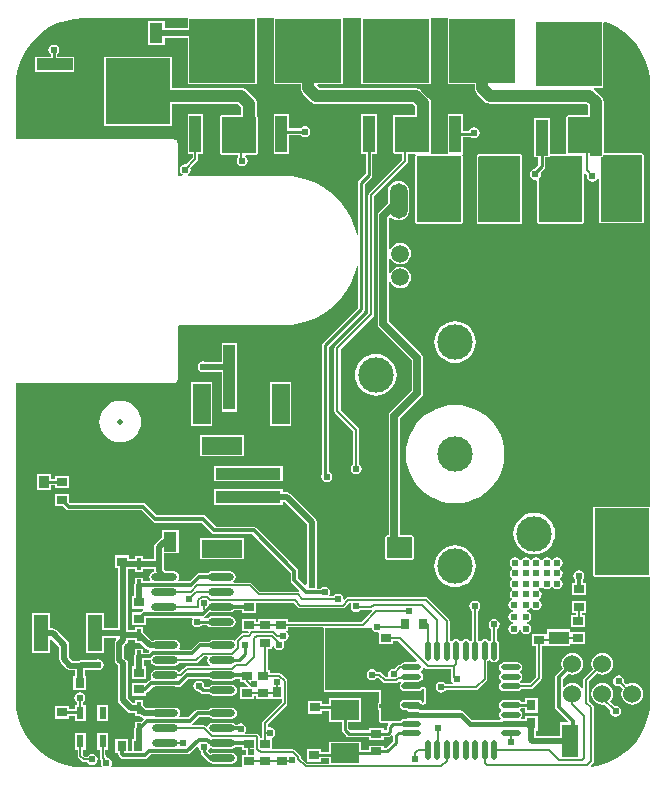
<source format=gtl>
%FSLAX25Y25*%
%MOIN*%
G70*
G01*
G75*
G04 Layer_Physical_Order=1*
G04 Layer_Color=255*
%ADD10R,0.04331X0.06693*%
%ADD11R,0.05315X0.11024*%
%ADD12R,0.03543X0.03150*%
%ADD13O,0.08661X0.02362*%
%ADD14O,0.06496X0.02165*%
%ADD15O,0.02165X0.06496*%
%ADD16R,0.21260X0.21850*%
%ADD17R,0.12008X0.03937*%
%ADD18R,0.21850X0.21260*%
%ADD19R,0.03937X0.12008*%
%ADD20R,0.02362X0.04331*%
%ADD21R,0.03937X0.21654*%
%ADD22R,0.05906X0.13386*%
%ADD23R,0.21654X0.03937*%
%ADD24R,0.13386X0.05906*%
%ADD25R,0.06693X0.04331*%
%ADD26R,0.09646X0.10039*%
%ADD27R,0.03347X0.04134*%
%ADD28R,0.01378X0.03937*%
%ADD29C,0.06000*%
%ADD30R,0.03543X0.02756*%
%ADD31R,0.02756X0.03543*%
%ADD32R,0.21850X0.25590*%
%ADD33R,0.04921X0.12008*%
%ADD34R,0.09449X0.06693*%
%ADD35R,0.03150X0.03543*%
%ADD36C,0.02500*%
%ADD37C,0.02000*%
%ADD38C,0.00800*%
%ADD39C,0.01000*%
%ADD40C,0.01200*%
%ADD41C,0.00600*%
%ADD42C,0.04000*%
%ADD43C,0.01500*%
%ADD44C,0.11811*%
%ADD45O,0.11811X0.05906*%
%ADD46O,0.05906X0.11811*%
%ADD47C,0.05906*%
%ADD48C,0.02000*%
%ADD49C,0.02400*%
G36*
X138500Y183700D02*
X124000D01*
Y205500D01*
X124019Y205800D01*
X138500D01*
Y183700D01*
D02*
G37*
G36*
X109004Y48298D02*
X109402Y47702D01*
X109998Y47304D01*
X110700Y47165D01*
X110787Y47182D01*
X111328Y46738D01*
Y43275D01*
X116072D01*
Y44080D01*
X117678D01*
X123972Y37786D01*
X123704Y37139D01*
X119899D01*
X119243Y37009D01*
X118686Y36637D01*
X118489Y36341D01*
X118324D01*
X117973Y36271D01*
X117675Y36072D01*
X116548Y34946D01*
X116100Y35035D01*
X115398Y34896D01*
X114802Y34498D01*
X114404Y33902D01*
X114265Y33200D01*
X114392Y32559D01*
X114158Y32273D01*
X113459Y32239D01*
X112049Y33649D01*
X111751Y33848D01*
X111400Y33918D01*
X110552D01*
X110298Y34298D01*
X109702Y34696D01*
X109000Y34835D01*
X108298Y34696D01*
X107702Y34298D01*
X107304Y33702D01*
X107165Y33000D01*
X107304Y32298D01*
X107702Y31702D01*
X108298Y31304D01*
X109000Y31165D01*
X109702Y31304D01*
X110298Y31702D01*
X110433Y31904D01*
X111129Y31973D01*
X112651Y30451D01*
X112949Y30252D01*
X113300Y30182D01*
X116970D01*
X117321Y30252D01*
X117619Y30451D01*
X117724Y30556D01*
X118417Y30454D01*
X118571Y30165D01*
X118314Y29781D01*
X118184Y29124D01*
X118314Y28468D01*
X118686Y27911D01*
X119243Y27539D01*
X119899Y27409D01*
X124230D01*
X124887Y27539D01*
X125443Y27911D01*
X125730Y28341D01*
X126400Y28138D01*
Y23812D01*
X125730Y23609D01*
X125443Y24038D01*
X124887Y24410D01*
X124230Y24541D01*
X119899D01*
X119243Y24410D01*
X118686Y24038D01*
X118314Y23482D01*
X118184Y22825D01*
X118314Y22169D01*
X118686Y21612D01*
X119243Y21240D01*
X119899Y21110D01*
X120657D01*
X120987Y20492D01*
X120793Y20202D01*
X120688Y19676D01*
X120793Y19149D01*
X120987Y18859D01*
X120657Y18242D01*
X119899D01*
X119243Y18111D01*
X118686Y17739D01*
X118625Y17648D01*
X116026D01*
X116026Y17648D01*
X115597Y17562D01*
X115504Y17500D01*
X111919D01*
Y21872D01*
X111375D01*
Y23128D01*
X111919D01*
Y27872D01*
X107569D01*
Y27861D01*
X93400D01*
Y48500D01*
X108964D01*
X109004Y48298D01*
D02*
G37*
G36*
X198800Y184000D02*
X185100D01*
Y205398D01*
X186045D01*
Y206100D01*
X198800D01*
Y184000D01*
D02*
G37*
G36*
X178900Y183700D02*
X164579D01*
Y198323D01*
X164698Y198402D01*
X165096Y198998D01*
X165235Y199700D01*
X165096Y200402D01*
X165093Y200407D01*
X166317Y201630D01*
X166317Y201631D01*
X166560Y201994D01*
X166645Y202424D01*
Y205398D01*
X168092D01*
Y205800D01*
X178900D01*
Y183700D01*
D02*
G37*
G36*
X201300Y66261D02*
X183100D01*
Y88061D01*
X183124Y88361D01*
X201300D01*
Y66261D01*
D02*
G37*
G36*
X36269Y67370D02*
X35807Y67278D01*
X35217Y66884D01*
X34824Y66295D01*
X34686Y65600D01*
X34824Y64905D01*
X34997Y64646D01*
X34762Y64205D01*
X32589D01*
Y65325D01*
X30011D01*
Y63708D01*
X29793Y63381D01*
X29669Y62757D01*
Y59231D01*
X28928D01*
Y54881D01*
X32630D01*
X32679Y54383D01*
X32507Y54349D01*
X32110Y54084D01*
X31745Y53719D01*
X28928D01*
Y49369D01*
X33672D01*
Y51995D01*
X48937D01*
X49173Y51554D01*
X49004Y51302D01*
X48865Y50600D01*
X49004Y49898D01*
X49402Y49302D01*
X49998Y48904D01*
X50700Y48765D01*
X51402Y48904D01*
X51998Y49302D01*
X52115Y49478D01*
X54006D01*
X54115Y49316D01*
X54704Y48922D01*
X55399Y48784D01*
X61698D01*
X62393Y48922D01*
X62982Y49316D01*
X63376Y49905D01*
X63514Y50600D01*
X63376Y51295D01*
X62982Y51884D01*
X62393Y52278D01*
X61698Y52416D01*
X55399D01*
X54704Y52278D01*
X54115Y51884D01*
X54006Y51722D01*
X53217D01*
X53072Y52200D01*
X53302Y52354D01*
X54383Y53435D01*
X54383Y53435D01*
X54383Y53435D01*
X54843Y53895D01*
X55399Y53784D01*
X61698D01*
X62393Y53922D01*
X62982Y54316D01*
X63023Y54377D01*
X65628D01*
Y53575D01*
X70372D01*
Y56913D01*
X82789D01*
X84351Y55351D01*
X84351D01*
X84351Y55351D01*
X84351Y55351D01*
Y55351D01*
X84649Y55152D01*
X85000Y55082D01*
X99200D01*
X99551Y55152D01*
X99849Y55351D01*
X101378Y56880D01*
X101872Y56807D01*
X102051Y56472D01*
X102004Y56402D01*
X101865Y55700D01*
X102004Y54998D01*
X102402Y54402D01*
X102998Y54004D01*
X103700Y53865D01*
X104402Y54004D01*
X104998Y54402D01*
X105118Y54582D01*
X108730D01*
X108827Y54602D01*
X109063Y54161D01*
X105467Y50565D01*
X80872D01*
Y51625D01*
X76128D01*
Y51531D01*
X75672D01*
Y51531D01*
X70928D01*
Y50565D01*
X70372D01*
Y51625D01*
X65628D01*
Y47669D01*
X67618D01*
X67810Y47207D01*
X67420Y46818D01*
X66000D01*
X65707Y46759D01*
X65649Y46748D01*
X65351Y46549D01*
X63531Y44728D01*
X63332Y44431D01*
X63332Y44431D01*
D01*
D01*
D01*
Y44431D01*
X63250Y44073D01*
X62793Y44378D01*
X62098Y44516D01*
X55799D01*
X55104Y44378D01*
X54515Y43984D01*
X54475Y43924D01*
X51632D01*
X51164Y43830D01*
X50767Y43565D01*
X48525Y41324D01*
X44954D01*
X44718Y41765D01*
X44879Y42005D01*
X45017Y42700D01*
X44879Y43395D01*
X44485Y43984D01*
X43896Y44378D01*
X43201Y44516D01*
X36902D01*
X36207Y44378D01*
X36137Y44331D01*
X35419D01*
X32589Y47161D01*
Y48712D01*
X30011D01*
Y47775D01*
X27531D01*
Y68212D01*
X30011D01*
Y67275D01*
X32589D01*
Y68212D01*
X36269D01*
Y67370D01*
D02*
G37*
G36*
X30011Y43575D02*
X31561D01*
X33590Y41546D01*
X34119Y41193D01*
X34581Y41101D01*
X34726Y40622D01*
X34384Y40280D01*
X32589D01*
Y41625D01*
X30011D01*
Y40007D01*
X29793Y39681D01*
X29669Y39057D01*
Y35731D01*
X28928D01*
Y31381D01*
X33672D01*
Y35731D01*
X32931D01*
Y37833D01*
X34891D01*
X34942Y37843D01*
X35086Y37700D01*
X35224Y37005D01*
X35618Y36416D01*
X36207Y36022D01*
X36902Y35884D01*
X43201D01*
X43896Y36022D01*
X44485Y36416D01*
X44730Y36782D01*
X50400D01*
X50751Y36852D01*
X51049Y37051D01*
X51049Y37051D01*
X51049Y37051D01*
X53080Y39082D01*
X54050D01*
X54286Y38641D01*
X54122Y38395D01*
X53983Y37700D01*
X54122Y37005D01*
X54515Y36416D01*
X54872Y36177D01*
X54727Y35699D01*
X47081D01*
X46730Y35629D01*
X46432Y35430D01*
X45996Y34994D01*
X44485Y33984D01*
X43896Y34378D01*
X43201Y34516D01*
X36902D01*
X36207Y34378D01*
X35618Y33984D01*
X35224Y33395D01*
X35086Y32700D01*
X35224Y32005D01*
X35300Y31891D01*
X35300Y31560D01*
X35193Y31302D01*
X34832Y31230D01*
X34435Y30965D01*
X33684Y30214D01*
X33672Y30219D01*
Y30219D01*
X33672Y30219D01*
X28928D01*
Y25869D01*
X33672D01*
Y26906D01*
X33712Y26914D01*
X34109Y27179D01*
X35807Y28877D01*
X44521D01*
X44989Y28970D01*
X45386Y29235D01*
X47628Y31477D01*
X54475D01*
X54515Y31416D01*
X55104Y31022D01*
X55799Y30884D01*
X62098D01*
X62793Y31022D01*
X63383Y31416D01*
X63423Y31477D01*
X64928D01*
Y30675D01*
X66268D01*
X66311Y30457D01*
X66532Y30126D01*
X67471Y29187D01*
X67280Y28725D01*
X64928D01*
Y24769D01*
X69672D01*
Y25830D01*
X70328D01*
Y24769D01*
X75072D01*
Y24769D01*
X75228D01*
X75269Y24728D01*
Y24728D01*
X78882D01*
Y23880D01*
X72651Y17649D01*
X72452Y17351D01*
X72382Y17000D01*
Y13600D01*
X72382Y13600D01*
X72382D01*
Y11931D01*
X71546D01*
Y12172D01*
X71476Y12523D01*
X71277Y12821D01*
X71049Y13049D01*
X70751Y13248D01*
X70400Y13318D01*
X66738D01*
X66502Y13759D01*
X66796Y14198D01*
X66935Y14900D01*
X66796Y15602D01*
X66398Y16198D01*
X65802Y16596D01*
X65100Y16735D01*
X64398Y16596D01*
X63990Y16323D01*
X63423D01*
X63383Y16384D01*
X62793Y16778D01*
X62098Y16916D01*
X55799D01*
X55104Y16778D01*
X54515Y16384D01*
X54122Y15795D01*
X54115Y15763D01*
X53636Y15617D01*
X53505Y15749D01*
X53207Y15948D01*
X52856Y16018D01*
X49003D01*
X48858Y16496D01*
X49065Y16635D01*
X51307Y18877D01*
X54475D01*
X54515Y18816D01*
X55104Y18422D01*
X55799Y18284D01*
X62098D01*
X62793Y18422D01*
X63383Y18816D01*
X63776Y19405D01*
X63914Y20100D01*
X63776Y20795D01*
X63383Y21384D01*
X62793Y21778D01*
X62098Y21916D01*
X55799D01*
X55104Y21778D01*
X54515Y21384D01*
X54475Y21324D01*
X50800D01*
X50332Y21230D01*
X50173Y21124D01*
X49935Y20965D01*
X47693Y18723D01*
X44954D01*
X44718Y19164D01*
X44879Y19405D01*
X45017Y20100D01*
X44879Y20795D01*
X44485Y21384D01*
X43896Y21778D01*
X43201Y21916D01*
X36902D01*
X36207Y21778D01*
X36137Y21731D01*
X33719D01*
X32589Y22861D01*
Y24412D01*
X30011D01*
Y23475D01*
X29132D01*
X27531Y25076D01*
Y36728D01*
X27407Y37353D01*
X27053Y37882D01*
X26363Y38573D01*
Y42615D01*
X27053Y43306D01*
X27407Y43835D01*
X27531Y44460D01*
Y44460D01*
X27531Y44460D01*
X27636Y44512D01*
X30011D01*
Y43575D01*
D02*
G37*
G36*
X92751Y48500D02*
Y27861D01*
X92941Y27402D01*
X93400Y27212D01*
X107569D01*
X107594Y27222D01*
X111269D01*
Y23734D01*
X111226Y23716D01*
X110916Y23588D01*
X110726Y23128D01*
Y21872D01*
X110916Y21412D01*
X111269Y21266D01*
Y17500D01*
X111460Y17041D01*
X111919Y16851D01*
X114111D01*
X114303Y16389D01*
X114107Y16193D01*
X113864Y15829D01*
X113778Y15400D01*
X113778Y15400D01*
Y14465D01*
X113688Y14374D01*
X112772D01*
Y15231D01*
X108028D01*
Y14374D01*
X101612D01*
X101022Y14965D01*
Y17337D01*
X105224D01*
Y25230D01*
X94576D01*
Y23177D01*
X92172D01*
Y24231D01*
X87428D01*
Y19881D01*
X92172D01*
Y20934D01*
X94576D01*
Y17337D01*
X98778D01*
Y14500D01*
X98778Y14500D01*
X98864Y14071D01*
X99107Y13707D01*
X100354Y12460D01*
X100354Y12460D01*
X100718Y12217D01*
X100718Y12217D01*
X100718Y12217D01*
D01*
X100718Y12217D01*
X100718Y12217D01*
X101147Y12131D01*
X108028D01*
Y11275D01*
X112772D01*
Y12131D01*
X114153D01*
X114153Y12131D01*
X114582Y12217D01*
X114946Y12460D01*
X115284Y12798D01*
X115495Y12756D01*
X115778Y12639D01*
Y10665D01*
X113583Y8469D01*
X112772D01*
Y9325D01*
X108028D01*
Y7838D01*
X105224D01*
Y10663D01*
X94576D01*
Y7266D01*
X91972D01*
Y8319D01*
X87228D01*
Y3969D01*
X91972D01*
Y5023D01*
X94576D01*
Y3318D01*
X87161D01*
X85165Y5314D01*
Y5417D01*
X85107Y5710D01*
X85095Y5768D01*
X84896Y6066D01*
X83213Y7749D01*
X82916Y7948D01*
X82564Y8018D01*
X75672D01*
Y11931D01*
X75672Y11931D01*
X75672D01*
X75650Y12003D01*
X76098Y12302D01*
X76496Y12898D01*
X76635Y13600D01*
X76496Y14302D01*
X76098Y14898D01*
X75502Y15296D01*
X74800Y15435D01*
X74604Y15396D01*
X74218Y15713D01*
Y16620D01*
X80449Y22851D01*
X80648Y23149D01*
X80718Y23500D01*
X80718Y23500D01*
X80718Y23500D01*
Y23500D01*
Y30770D01*
X80648Y31121D01*
X80449Y31419D01*
X78566Y33302D01*
X78268Y33500D01*
X77917Y33570D01*
X75072D01*
Y34631D01*
X74218D01*
Y41669D01*
X75672D01*
Y42326D01*
X76169Y42375D01*
X76204Y42198D01*
X76602Y41602D01*
X77198Y41204D01*
X77900Y41065D01*
X78602Y41204D01*
X79198Y41602D01*
X79596Y42198D01*
X79735Y42900D01*
X79596Y43602D01*
X79538Y43688D01*
X79729Y44150D01*
X80002Y44204D01*
X80598Y44602D01*
X80996Y45198D01*
X81135Y45900D01*
X80996Y46602D01*
X80598Y47198D01*
X80598Y47198D01*
Y47198D01*
Y47198D01*
D01*
X80598D01*
X80010Y47669D01*
X80872D01*
Y48730D01*
X92597D01*
X92751Y48500D01*
D02*
G37*
G36*
X185700Y206900D02*
X174300D01*
Y218700D01*
X185700D01*
Y206900D01*
D02*
G37*
G36*
X127900Y207200D02*
X116500D01*
Y219000D01*
X127900D01*
Y207200D01*
D02*
G37*
G36*
X12610Y251745D02*
X47475D01*
Y248431D01*
X39780D01*
Y250746D01*
X34250D01*
Y242853D01*
X39780D01*
Y245169D01*
X47475D01*
Y229728D01*
X70525D01*
Y251745D01*
X76175D01*
Y229728D01*
X85078D01*
Y228500D01*
X85078Y228500D01*
X85167Y227821D01*
X85429Y227189D01*
X85846Y226646D01*
X88546Y223946D01*
X88546Y223946D01*
X89089Y223529D01*
X89274Y223452D01*
X89721Y223267D01*
X90400Y223178D01*
X90400Y223178D01*
X122414D01*
X123254Y222337D01*
Y219649D01*
X116500D01*
X116041Y219459D01*
X115851Y219000D01*
Y207200D01*
X116041Y206741D01*
X116500Y206551D01*
X118980D01*
Y204522D01*
X107979Y193521D01*
X107758Y193190D01*
X107680Y192800D01*
Y153622D01*
X96679Y142621D01*
X96458Y142290D01*
X96380Y141900D01*
Y120900D01*
X96380Y120900D01*
X96380D01*
X96458Y120510D01*
X96679Y120179D01*
X102680Y114178D01*
Y103084D01*
X102402Y102898D01*
X102004Y102302D01*
X101865Y101600D01*
X102004Y100898D01*
X102402Y100302D01*
X102998Y99904D01*
X103700Y99765D01*
X104402Y99904D01*
X104998Y100302D01*
X105396Y100898D01*
X105535Y101600D01*
X105396Y102302D01*
X104998Y102898D01*
X104720Y103084D01*
Y114600D01*
X104642Y114990D01*
X104421Y115321D01*
X98420Y121322D01*
Y141478D01*
X109421Y152479D01*
X109642Y152810D01*
X109720Y153200D01*
X109720Y153200D01*
X109720Y153200D01*
Y153200D01*
Y192378D01*
X120721Y203379D01*
X120942Y203710D01*
X121020Y204100D01*
Y206551D01*
X123003D01*
X123263Y206423D01*
X123424Y205950D01*
X123371Y205841D01*
X123352Y205541D01*
X123359Y205520D01*
X123351Y205500D01*
Y183700D01*
X123541Y183241D01*
X124000Y183051D01*
X138500D01*
X138959Y183241D01*
X139149Y183700D01*
Y205800D01*
X138991Y206183D01*
X139269Y206598D01*
X139292D01*
Y212081D01*
X142034D01*
X142298Y211904D01*
X143000Y211765D01*
X143702Y211904D01*
X144298Y212302D01*
X144696Y212898D01*
X144835Y213600D01*
X144696Y214302D01*
X144298Y214898D01*
X143702Y215296D01*
X143000Y215435D01*
X142298Y215296D01*
X141702Y214898D01*
X141319Y214324D01*
X139292D01*
Y219806D01*
X134155D01*
Y206803D01*
X134155Y206803D01*
X134155D01*
X134155Y206598D01*
X134006Y206449D01*
X128594D01*
X128445Y206598D01*
X128445Y206803D01*
X128445D01*
Y206803D01*
Y206803D01*
D01*
X128549Y207200D01*
Y207200D01*
Y219000D01*
X128499Y219122D01*
Y223424D01*
X128499Y223424D01*
X128410Y224102D01*
X128147Y224735D01*
X127731Y225278D01*
X127731Y225278D01*
X125354Y227654D01*
X124811Y228071D01*
X124179Y228333D01*
X123500Y228422D01*
X123500Y228422D01*
X91486D01*
X90642Y229266D01*
X90834Y229728D01*
X99225D01*
Y251745D01*
X105375D01*
Y229728D01*
X128425D01*
Y251745D01*
X134175D01*
Y229728D01*
X143078D01*
Y228400D01*
X143078Y228400D01*
X143167Y227721D01*
X143429Y227089D01*
X143846Y226546D01*
X146346Y224046D01*
X146346Y224046D01*
X146889Y223629D01*
X146889Y223629D01*
X146889Y223629D01*
D01*
X146889Y223629D01*
X146889Y223629D01*
X147521Y223367D01*
X148200Y223278D01*
X180314D01*
X180854Y222737D01*
Y219349D01*
X174300D01*
X173841Y219159D01*
X173651Y218700D01*
Y206900D01*
X173665Y206865D01*
X173387Y206449D01*
X168092D01*
Y218606D01*
X162955D01*
Y205398D01*
X164402D01*
Y202888D01*
X162962Y201448D01*
X162698Y201396D01*
X162102Y200998D01*
X161704Y200402D01*
X161565Y199700D01*
X161704Y198998D01*
X162102Y198402D01*
X162698Y198004D01*
X163400Y197865D01*
X163543Y197893D01*
X163930Y197576D01*
Y183700D01*
X164120Y183241D01*
X164579Y183051D01*
X178900D01*
X179359Y183241D01*
X179549Y183700D01*
Y199955D01*
X180011Y200147D01*
X180647Y199512D01*
X180565Y199100D01*
X180704Y198398D01*
X181102Y197802D01*
X181698Y197404D01*
X182400Y197265D01*
X183102Y197404D01*
X183698Y197802D01*
X183972Y198213D01*
X184451Y198068D01*
Y184000D01*
X184641Y183541D01*
X185100Y183351D01*
X198800D01*
X199259Y183541D01*
X199449Y184000D01*
Y206100D01*
X199259Y206559D01*
X198800Y206749D01*
X186450D01*
X186349Y206900D01*
Y218700D01*
X186159Y219159D01*
X186099Y219184D01*
Y223824D01*
X186010Y224502D01*
X185748Y225135D01*
X185331Y225678D01*
X185331Y225678D01*
X183254Y227754D01*
X182863Y228055D01*
X183024Y228528D01*
X186025D01*
Y250259D01*
X186432Y250550D01*
X187874Y250060D01*
X190505Y248763D01*
X192943Y247134D01*
X195148Y245200D01*
X197082Y242995D01*
X198711Y240557D01*
X200008Y237927D01*
X200951Y235150D01*
X201523Y232273D01*
X201709Y229428D01*
X201693Y229347D01*
Y89273D01*
X201300Y89010D01*
X183124D01*
X182916Y88924D01*
X182703Y88855D01*
X182690Y88831D01*
X182665Y88820D01*
X182579Y88612D01*
X182476Y88412D01*
X182453Y88112D01*
X182461Y88086D01*
X182451Y88061D01*
Y66261D01*
X182641Y65802D01*
X183100Y65611D01*
X201300D01*
X201693Y65349D01*
Y24503D01*
X201709Y24422D01*
X201523Y21577D01*
X200951Y18700D01*
X200008Y15924D01*
X198711Y13293D01*
X197082Y10855D01*
X195148Y8650D01*
X192943Y6716D01*
X190505Y5087D01*
X187874Y3790D01*
X185097Y2847D01*
X182221Y2275D01*
X182069Y2265D01*
X181862Y2720D01*
X182521Y3379D01*
X182742Y3710D01*
X182820Y4100D01*
X182820Y4100D01*
X182820Y4100D01*
Y4100D01*
Y22100D01*
X182742Y22490D01*
X182521Y22821D01*
X181320Y24022D01*
Y30778D01*
X183964Y33422D01*
X184760Y33093D01*
X185700Y32969D01*
X186640Y33093D01*
X187515Y33455D01*
X188268Y34032D01*
X188845Y34784D01*
X189207Y35660D01*
X189331Y36600D01*
X189207Y37540D01*
X188845Y38416D01*
X188268Y39167D01*
X187515Y39745D01*
X186640Y40107D01*
X185700Y40231D01*
X184760Y40107D01*
X183885Y39745D01*
X183132Y39167D01*
X182555Y38416D01*
X182193Y37540D01*
X182069Y36600D01*
X182193Y35660D01*
X182522Y34864D01*
X179579Y31921D01*
X179358Y31590D01*
X179280Y31200D01*
Y28625D01*
X178807Y28465D01*
X178268Y29168D01*
X177515Y29745D01*
X176640Y30107D01*
X175700Y30231D01*
X174760Y30107D01*
X173884Y29745D01*
X173132Y29168D01*
X172897Y28861D01*
X172424Y29021D01*
Y31593D01*
X174168Y33338D01*
X174760Y33093D01*
X175700Y32969D01*
X176640Y33093D01*
X177515Y33455D01*
X178268Y34032D01*
X178845Y34784D01*
X179207Y35660D01*
X179331Y36600D01*
X179207Y37540D01*
X178845Y38416D01*
X178268Y39167D01*
X177515Y39745D01*
X176640Y40107D01*
X175700Y40231D01*
X174760Y40107D01*
X173884Y39745D01*
X173132Y39167D01*
X172555Y38416D01*
X172193Y37540D01*
X172069Y36600D01*
X172193Y35660D01*
X172438Y35068D01*
X170335Y32965D01*
X170070Y32568D01*
X169976Y32100D01*
Y22200D01*
X169976Y22200D01*
X169976D01*
X170070Y21732D01*
X170335Y21335D01*
X174096Y17574D01*
X173905Y17112D01*
X171539D01*
Y12631D01*
X163675D01*
Y14328D01*
X164219D01*
Y19072D01*
X159869D01*
Y18157D01*
X158840D01*
X158605Y18598D01*
X158886Y19019D01*
X159016Y19676D01*
X158886Y20332D01*
X158514Y20889D01*
X158347Y21000D01*
Y21500D01*
X158514Y21612D01*
X158575Y21704D01*
X159869D01*
Y20328D01*
X164219D01*
Y25072D01*
X159869D01*
Y23947D01*
X158575D01*
X158514Y24038D01*
X157957Y24410D01*
X157301Y24541D01*
X152970D01*
X152313Y24410D01*
X151757Y24038D01*
X151385Y23482D01*
X151254Y22825D01*
X151385Y22169D01*
X151757Y21612D01*
X151924Y21500D01*
Y21000D01*
X151757Y20889D01*
X151385Y20332D01*
X151254Y19676D01*
X151385Y19019D01*
X151757Y18462D01*
X151879Y18381D01*
X151734Y17902D01*
X142244D01*
X139498Y20649D01*
X139051Y20947D01*
X138524Y21052D01*
X125199D01*
X124887Y21261D01*
X124230Y21391D01*
X121242D01*
X121229Y21416D01*
X121153Y21478D01*
X121116Y21569D01*
X120968Y21630D01*
X120845Y21731D01*
X120747Y21721D01*
X120657Y21759D01*
X119963D01*
X119496Y21852D01*
X119154Y22080D01*
X118926Y22422D01*
X118846Y22825D01*
X118926Y23228D01*
X119154Y23570D01*
X119496Y23799D01*
X119963Y23891D01*
X124166D01*
X124633Y23799D01*
X124975Y23570D01*
X125190Y23248D01*
X125323Y23159D01*
X125424Y23036D01*
X125522Y23026D01*
X125603Y22972D01*
X125760Y23003D01*
X125919Y22987D01*
X126588Y23190D01*
X126712Y23292D01*
X126859Y23353D01*
X126897Y23444D01*
X126973Y23506D01*
X126988Y23664D01*
X127049Y23812D01*
Y28138D01*
X126988Y28285D01*
X126973Y28444D01*
X126897Y28506D01*
X126859Y28597D01*
X126712Y28658D01*
X126588Y28759D01*
X125919Y28962D01*
X125760Y28947D01*
X125603Y28978D01*
X125522Y28923D01*
X125424Y28914D01*
X125323Y28790D01*
X125190Y28702D01*
X124975Y28379D01*
X124633Y28151D01*
X124166Y28058D01*
X119963D01*
X119496Y28151D01*
X119154Y28379D01*
X118926Y28721D01*
X118846Y29124D01*
X118926Y29528D01*
X119111Y29804D01*
X119130Y29901D01*
X119192Y29976D01*
X119177Y30135D01*
X119208Y30292D01*
X119208Y30292D01*
X119208D01*
X119674Y30603D01*
X119899Y30558D01*
X124230D01*
X124887Y30689D01*
X125443Y31061D01*
X125815Y31618D01*
X125946Y32274D01*
X125815Y32931D01*
X125443Y33487D01*
X125276Y33599D01*
Y34099D01*
X125443Y34211D01*
X125815Y34767D01*
X125907Y35228D01*
X126385Y35373D01*
X126779Y34979D01*
X127110Y34758D01*
X127500Y34680D01*
X135280D01*
Y32200D01*
X135352Y31839D01*
X135265Y31400D01*
X135404Y30698D01*
X135765Y30159D01*
X135529Y29718D01*
X133552D01*
X133298Y30098D01*
X132702Y30496D01*
X132000Y30635D01*
X131298Y30496D01*
X130702Y30098D01*
X130304Y29502D01*
X130165Y28800D01*
X130304Y28098D01*
X130702Y27502D01*
X131298Y27104D01*
X132000Y26965D01*
X132702Y27104D01*
X133298Y27502D01*
X133552Y27882D01*
X143600D01*
X143951Y27952D01*
X144249Y28151D01*
X144249Y28151D01*
X144249Y28151D01*
X147123Y31025D01*
X147322Y31323D01*
X147392Y31674D01*
X147392Y31674D01*
X147392Y31674D01*
Y31674D01*
Y37359D01*
X147687Y37557D01*
X147799Y37724D01*
X148299D01*
X148410Y37557D01*
X148967Y37185D01*
X149624Y37054D01*
X150280Y37185D01*
X150837Y37557D01*
X151209Y38113D01*
X151339Y38770D01*
Y43101D01*
X151209Y43757D01*
X150837Y44314D01*
X150518Y44527D01*
Y48148D01*
X150898Y48402D01*
X151296Y48998D01*
X151435Y49700D01*
X151296Y50402D01*
X150898Y50998D01*
X150302Y51396D01*
X149600Y51535D01*
X148898Y51396D01*
X148302Y50998D01*
X147904Y50402D01*
X147765Y49700D01*
X147904Y48998D01*
X148302Y48402D01*
X148682Y48148D01*
Y44496D01*
X148410Y44314D01*
X148299Y44147D01*
X147799D01*
X147687Y44314D01*
X147131Y44686D01*
X146474Y44816D01*
X145817Y44686D01*
X145261Y44314D01*
X145149Y44147D01*
X144649D01*
X144538Y44314D01*
X144218Y44528D01*
Y54315D01*
X144498Y54502D01*
X144896Y55098D01*
X145035Y55800D01*
X144896Y56502D01*
X144498Y57098D01*
X143902Y57496D01*
X143200Y57635D01*
X142498Y57496D01*
X141902Y57098D01*
X141504Y56502D01*
X141365Y55800D01*
X141504Y55098D01*
X141902Y54502D01*
X142382Y54181D01*
Y44495D01*
X142111Y44314D01*
X142000Y44147D01*
X141500D01*
X141388Y44314D01*
X140831Y44686D01*
X140175Y44816D01*
X139518Y44686D01*
X138962Y44314D01*
X138850Y44147D01*
X138350D01*
X138238Y44314D01*
X137682Y44686D01*
X137025Y44816D01*
X136369Y44686D01*
X135812Y44314D01*
X135700Y44147D01*
X135200D01*
X135089Y44314D01*
X134793Y44511D01*
Y50724D01*
X134723Y51076D01*
X134525Y51373D01*
X127418Y58480D01*
X127120Y58679D01*
X126769Y58748D01*
X101031D01*
X100680Y58679D01*
X100382Y58480D01*
X99892Y57989D01*
X99335Y58100D01*
X99196Y58802D01*
X98798Y59398D01*
X98202Y59796D01*
X97500Y59935D01*
X96798Y59796D01*
X96202Y59398D01*
X95948Y59018D01*
X94805D01*
X94569Y59459D01*
X94796Y59798D01*
X94935Y60500D01*
X94796Y61202D01*
X94398Y61798D01*
X93802Y62196D01*
X93100Y62335D01*
X92398Y62196D01*
X91802Y61798D01*
X91686Y61624D01*
X90709D01*
X90473Y62064D01*
X90496Y62098D01*
X90635Y62800D01*
X90496Y63502D01*
X90431Y63598D01*
Y83900D01*
X90307Y84524D01*
X89954Y85053D01*
X81728Y93279D01*
X81198Y93633D01*
X80574Y93757D01*
X79127D01*
Y94695D01*
X56273D01*
Y89557D01*
X79127D01*
Y90495D01*
X79898D01*
X87169Y83224D01*
Y63598D01*
X87104Y63502D01*
X86965Y62800D01*
X86436Y62695D01*
X84224Y64907D01*
Y67500D01*
X84130Y67968D01*
X83865Y68365D01*
X70282Y81949D01*
X69885Y82214D01*
X69416Y82307D01*
X56883D01*
X53425Y85765D01*
X53028Y86030D01*
X52560Y86124D01*
X37207D01*
X33465Y89865D01*
X33068Y90130D01*
X32600Y90223D01*
X8254D01*
X7872Y90606D01*
Y93225D01*
X3128D01*
Y89269D01*
X5748D01*
X6882Y88135D01*
X7279Y87870D01*
X7747Y87776D01*
X32093D01*
X35835Y84035D01*
X36073Y83876D01*
X36232Y83770D01*
X36700Y83676D01*
X52053D01*
X55511Y80218D01*
X55511D01*
X55511Y80218D01*
X55511D01*
X55511Y80218D01*
Y80218D01*
X55511Y80218D01*
Y80218D01*
X55908Y79953D01*
X56376Y79860D01*
X68910D01*
X81776Y66993D01*
Y64400D01*
X81776Y64400D01*
X81776D01*
X81870Y63932D01*
X82135Y63535D01*
X84680Y60990D01*
X84444Y60549D01*
X84100Y60618D01*
X71680D01*
X68968Y63330D01*
X68670Y63529D01*
X68319Y63599D01*
X62770D01*
X62625Y64077D01*
X62982Y64316D01*
X63376Y64905D01*
X63514Y65600D01*
X63376Y66295D01*
X62982Y66884D01*
X62393Y67278D01*
X61698Y67416D01*
X55399D01*
X54704Y67278D01*
X54115Y66884D01*
X54075Y66824D01*
X51300D01*
X50832Y66730D01*
X50435Y66465D01*
X48174Y64205D01*
X44541D01*
X44305Y64646D01*
X44479Y64905D01*
X44617Y65600D01*
X44479Y66295D01*
X44085Y66884D01*
X43496Y67278D01*
X42801Y67416D01*
X40142D01*
X39531Y68027D01*
Y69843D01*
Y73353D01*
X44480D01*
Y81247D01*
X38950D01*
Y78723D01*
X38546Y78453D01*
X36746Y76653D01*
X36393Y76124D01*
X36269Y75500D01*
Y71475D01*
X32589D01*
Y72412D01*
X30011D01*
Y71475D01*
X27872D01*
Y72719D01*
X23128D01*
Y68369D01*
X24269D01*
Y48390D01*
X19576D01*
Y53362D01*
X13455D01*
Y40154D01*
X19576D01*
Y45127D01*
X23607D01*
X23712Y44873D01*
X23780Y44649D01*
X23578Y44513D01*
X23224Y43984D01*
X23100Y43360D01*
Y37897D01*
X23100Y37897D01*
X23100D01*
X23224Y37273D01*
X23578Y36743D01*
X24269Y36053D01*
Y24400D01*
X24393Y23776D01*
X24746Y23246D01*
X27303Y20690D01*
X27303Y20690D01*
X27303D01*
X27303Y20690D01*
X27303D01*
X27303Y20690D01*
Y20690D01*
Y20690D01*
D01*
D01*
X27303D01*
Y20690D01*
X27832Y20336D01*
X28457Y20212D01*
X30011D01*
Y19275D01*
X31561D01*
X31890Y18947D01*
X32419Y18593D01*
X32722Y18533D01*
X32867Y18054D01*
X32138Y17325D01*
X30011D01*
Y15708D01*
X29793Y15381D01*
X29669Y14757D01*
Y11472D01*
X28881D01*
Y7352D01*
X27719D01*
Y11472D01*
X23369D01*
Y6728D01*
X24321D01*
Y6613D01*
X24414Y6144D01*
X24679Y5747D01*
X25163Y5263D01*
X25163D01*
X25163Y5263D01*
X25163Y5263D01*
Y5263D01*
X25560Y4998D01*
X26028Y4905D01*
X33128D01*
X33596Y4998D01*
X33993Y5263D01*
X35106Y6376D01*
X47400D01*
X47868Y6470D01*
X48265Y6735D01*
X50501Y8971D01*
X50980Y8826D01*
X51104Y8198D01*
X51502Y7602D01*
X51778Y7418D01*
Y7100D01*
X51778Y7100D01*
X51864Y6671D01*
X52107Y6307D01*
X54107Y4307D01*
X54107Y4307D01*
X54252Y4210D01*
X54515Y3816D01*
X55104Y3422D01*
X55799Y3284D01*
X62098D01*
X62793Y3422D01*
X63383Y3816D01*
X63776Y4405D01*
X63914Y5100D01*
X63776Y5795D01*
X63383Y6384D01*
X62793Y6778D01*
X62098Y6916D01*
X55799D01*
X55104Y6778D01*
X54927Y6659D01*
X54088Y7499D01*
X54098Y7602D01*
X54496Y8198D01*
X54519Y8314D01*
X54981Y8505D01*
X55104Y8422D01*
X55799Y8284D01*
X62098D01*
X62793Y8422D01*
X63383Y8816D01*
X63423Y8877D01*
X65428D01*
Y7975D01*
X66780D01*
Y7700D01*
X66838Y7413D01*
X66800Y7225D01*
X66940Y6523D01*
X66978Y6466D01*
X66742Y6025D01*
X65428D01*
Y2105D01*
X22096D01*
X21860Y2546D01*
X22096Y2898D01*
X22235Y3600D01*
X22096Y4302D01*
X21698Y4898D01*
X21102Y5296D01*
X20400Y5435D01*
X20058Y7156D01*
Y8010D01*
X20921D01*
Y13541D01*
X17359D01*
Y8010D01*
X18223D01*
Y5060D01*
X18292Y4709D01*
X18491Y4411D01*
X18687Y4215D01*
X18565Y3600D01*
X18704Y2898D01*
X18940Y2546D01*
X18704Y2105D01*
X12610D01*
X12529Y2089D01*
X9684Y2275D01*
X6808Y2847D01*
X4030Y3790D01*
X1400Y5087D01*
X-1038Y6716D01*
X-3243Y8650D01*
X-5177Y10855D01*
X-6806Y13293D01*
X-8103Y15924D01*
X-9046Y18700D01*
X-9618Y21577D01*
X-9804Y24422D01*
X-9788Y24503D01*
Y130229D01*
X42925D01*
X43393Y130323D01*
X43790Y130588D01*
X44056Y130985D01*
X44149Y131453D01*
Y149222D01*
X44503Y149575D01*
X79501Y149521D01*
X79503Y149512D01*
Y149505D01*
X82287Y149662D01*
X85035Y150129D01*
X87714Y150900D01*
X90290Y151967D01*
X92730Y153316D01*
X95004Y154929D01*
X97083Y156787D01*
X98940Y158866D01*
X100554Y161140D01*
X101902Y163580D01*
X102969Y166155D01*
X103741Y168834D01*
X103780Y169066D01*
X104278Y169024D01*
Y155265D01*
X92607Y143593D01*
X92364Y143229D01*
X92278Y142800D01*
X92278Y142800D01*
Y99963D01*
X92104Y99702D01*
X91965Y99000D01*
X92104Y98298D01*
X92502Y97702D01*
X93098Y97304D01*
X93800Y97165D01*
X94502Y97304D01*
X95098Y97702D01*
X95496Y98298D01*
X95635Y99000D01*
X95496Y99702D01*
X95098Y100298D01*
X94522Y100683D01*
Y142335D01*
X106193Y154007D01*
X106193Y154007D01*
X106436Y154371D01*
X106522Y154800D01*
Y196435D01*
X108717Y198630D01*
X108717Y198631D01*
X108960Y198994D01*
X108960Y198994D01*
X108960Y198994D01*
X109045Y199424D01*
X109045Y199424D01*
Y206598D01*
X110492D01*
Y219806D01*
X105355D01*
Y206598D01*
X106802D01*
Y199888D01*
X104607Y197693D01*
X104364Y197329D01*
X104278Y196900D01*
X104278Y196900D01*
Y179709D01*
X103780Y179667D01*
X103741Y179899D01*
X102969Y182578D01*
X101902Y185153D01*
X100554Y187593D01*
X98940Y189867D01*
X97083Y191946D01*
X95004Y193804D01*
X92730Y195417D01*
X90290Y196766D01*
X87714Y197833D01*
X85035Y198604D01*
X82287Y199071D01*
X79541Y199225D01*
X79541Y199214D01*
X79540Y199212D01*
X47576D01*
X47431Y199690D01*
X47898Y200002D01*
X48296Y200598D01*
X48435Y201300D01*
X48346Y201748D01*
X50673Y204075D01*
X50871Y204373D01*
X50941Y204724D01*
X50941Y204724D01*
X50941Y204724D01*
Y204724D01*
Y206598D01*
X52592D01*
Y219806D01*
X47455D01*
Y206598D01*
X49106D01*
Y205104D01*
X47048Y203046D01*
X46600Y203135D01*
X45898Y202996D01*
X45302Y202598D01*
X44904Y202002D01*
X44765Y201300D01*
X44904Y200598D01*
X45302Y200002D01*
X45769Y199690D01*
X45624Y199212D01*
X44149D01*
Y210193D01*
X44056Y210662D01*
X43790Y211058D01*
X43393Y211324D01*
X42925Y211417D01*
X-9788D01*
Y229347D01*
X-9804Y229428D01*
X-9618Y232273D01*
X-9046Y235150D01*
X-8103Y237927D01*
X-6806Y240557D01*
X-5177Y242995D01*
X-3243Y245200D01*
X-1038Y247134D01*
X1400Y248763D01*
X4030Y250060D01*
X6808Y251003D01*
X9684Y251575D01*
X12529Y251762D01*
X12610Y251745D01*
D02*
G37*
%LPC*%
G36*
X136600Y76033D02*
X135248Y75899D01*
X133947Y75505D01*
X132748Y74864D01*
X131698Y74002D01*
X130836Y72952D01*
X130195Y71753D01*
X129801Y70452D01*
X129667Y69100D01*
X129801Y67747D01*
X130195Y66447D01*
X130836Y65249D01*
X131698Y64198D01*
X132748Y63336D01*
X133947Y62695D01*
X135248Y62301D01*
X136600Y62167D01*
X137952Y62301D01*
X139253Y62695D01*
X140452Y63336D01*
X141502Y64198D01*
X142364Y65249D01*
X143005Y66447D01*
X143399Y67747D01*
X143533Y69100D01*
X143399Y70452D01*
X143005Y71753D01*
X142364Y72952D01*
X141502Y74002D01*
X140452Y74864D01*
X139253Y75505D01*
X137952Y75899D01*
X136600Y76033D01*
D02*
G37*
G36*
X177900Y67735D02*
X177198Y67596D01*
X176602Y67198D01*
X176204Y66602D01*
X176065Y65900D01*
X176204Y65198D01*
X176602Y64602D01*
X176676Y64553D01*
Y63531D01*
X175528D01*
Y59575D01*
X180272D01*
Y63531D01*
X179123D01*
Y64553D01*
X179198Y64602D01*
X179596Y65198D01*
X179735Y65900D01*
X179596Y66602D01*
X179198Y67198D01*
X178602Y67596D01*
X177900Y67735D01*
D02*
G37*
G36*
X20921Y22990D02*
X17359D01*
Y17459D01*
X20921D01*
Y22990D01*
D02*
G37*
G36*
X66135Y78553D02*
X51549D01*
Y71447D01*
X66135D01*
Y78553D01*
D02*
G37*
G36*
X170700Y72035D02*
X169998Y71896D01*
X169402Y71498D01*
X169200Y71195D01*
X168700D01*
X168498Y71498D01*
X167902Y71896D01*
X167200Y72035D01*
X166498Y71896D01*
X165902Y71498D01*
X165700Y71195D01*
X165200D01*
X164998Y71498D01*
X164402Y71896D01*
X163700Y72035D01*
X162998Y71896D01*
X162402Y71498D01*
X162200Y71195D01*
X161700D01*
X161498Y71498D01*
X160902Y71896D01*
X160200Y72035D01*
X159498Y71896D01*
X158902Y71498D01*
X158700Y71195D01*
X158200D01*
X157998Y71498D01*
X157402Y71896D01*
X156700Y72035D01*
X155998Y71896D01*
X155402Y71498D01*
X155004Y70902D01*
X154865Y70200D01*
X155004Y69498D01*
X155402Y68902D01*
X155705Y68700D01*
Y68200D01*
X155402Y67998D01*
X155004Y67402D01*
X154865Y66700D01*
X155004Y65998D01*
X155402Y65402D01*
X155705Y65200D01*
Y64700D01*
X155402Y64498D01*
X155004Y63902D01*
X154865Y63200D01*
X155004Y62498D01*
X155402Y61902D01*
X155705Y61700D01*
Y61200D01*
X155402Y60998D01*
X155004Y60402D01*
X154865Y59700D01*
X155004Y58998D01*
X155402Y58402D01*
X155455Y58367D01*
Y57867D01*
X154902Y57498D01*
X154504Y56902D01*
X154365Y56200D01*
X154504Y55498D01*
X154902Y54902D01*
X155498Y54504D01*
X155771Y54450D01*
Y53950D01*
X155498Y53896D01*
X154902Y53498D01*
X154504Y52902D01*
X154365Y52200D01*
X154504Y51498D01*
X154902Y50902D01*
X155498Y50504D01*
X155771Y50450D01*
Y49950D01*
X155498Y49896D01*
X154902Y49498D01*
X154504Y48902D01*
X154365Y48200D01*
X154504Y47498D01*
X154902Y46902D01*
X155498Y46504D01*
X156200Y46365D01*
X156902Y46504D01*
X157498Y46902D01*
X157896Y47498D01*
X157950Y47771D01*
X158450D01*
X158504Y47498D01*
X158902Y46902D01*
X159498Y46504D01*
X160200Y46365D01*
X160902Y46504D01*
X161498Y46902D01*
X161896Y47498D01*
X162035Y48200D01*
X161896Y48902D01*
X161498Y49498D01*
X160902Y49896D01*
X160629Y49950D01*
Y50450D01*
X160902Y50504D01*
X161498Y50902D01*
X161896Y51498D01*
X162035Y52200D01*
X161896Y52902D01*
X161498Y53498D01*
X160902Y53896D01*
X160629Y53950D01*
Y54450D01*
X160902Y54504D01*
X161498Y54902D01*
X161700Y55205D01*
X162200D01*
X162402Y54902D01*
X162998Y54504D01*
X163700Y54365D01*
X164402Y54504D01*
X164998Y54902D01*
X165396Y55498D01*
X165535Y56200D01*
X165396Y56902D01*
X164998Y57498D01*
X164695Y57700D01*
Y58200D01*
X164998Y58402D01*
X165396Y58998D01*
X165535Y59700D01*
X165396Y60402D01*
X164998Y60998D01*
X164695Y61200D01*
Y61700D01*
X164998Y61902D01*
X165200Y62205D01*
X165700D01*
X165902Y61902D01*
X166498Y61504D01*
X167200Y61365D01*
X167902Y61504D01*
X168498Y61902D01*
X168700Y62205D01*
X169200D01*
X169402Y61902D01*
X169998Y61504D01*
X170700Y61365D01*
X171402Y61504D01*
X171998Y61902D01*
X172396Y62498D01*
X172535Y63200D01*
X172396Y63902D01*
X171998Y64498D01*
X171695Y64700D01*
Y65200D01*
X171998Y65402D01*
X172396Y65998D01*
X172535Y66700D01*
X172396Y67402D01*
X171998Y67998D01*
X171695Y68200D01*
Y68700D01*
X171998Y68902D01*
X172396Y69498D01*
X172535Y70200D01*
X172396Y70902D01*
X171998Y71498D01*
X171402Y71896D01*
X170700Y72035D01*
D02*
G37*
G36*
X13441Y13541D02*
X9879D01*
Y8010D01*
X10742D01*
Y5840D01*
X10742Y5840D01*
X10742D01*
X10812Y5489D01*
X11011Y5191D01*
X12151Y4051D01*
X12449Y3852D01*
X12800Y3782D01*
X14048D01*
X14302Y3402D01*
X14898Y3004D01*
X15600Y2865D01*
X16302Y3004D01*
X16898Y3402D01*
X17296Y3998D01*
X17435Y4700D01*
X17296Y5402D01*
X16898Y5998D01*
X16302Y6396D01*
X15600Y6535D01*
X14898Y6396D01*
X14302Y5998D01*
X14048Y5618D01*
X13180D01*
X12577Y6220D01*
Y8010D01*
X13441D01*
Y13541D01*
D02*
G37*
G36*
X180272Y57625D02*
X175528D01*
Y53669D01*
X176982D01*
Y52931D01*
X175228D01*
Y48975D01*
X179972D01*
Y52931D01*
X178818D01*
Y53669D01*
X180272D01*
Y57625D01*
D02*
G37*
G36*
X1545Y53362D02*
X-4576D01*
Y40154D01*
X1545D01*
Y44695D01*
X2007Y44886D01*
X4669Y42224D01*
Y38100D01*
X4793Y37476D01*
X5147Y36946D01*
X7247Y34846D01*
X7247D01*
X7247Y34846D01*
X7247Y34846D01*
Y34846D01*
X7776Y34493D01*
X8400Y34369D01*
X9813D01*
Y32672D01*
X9269D01*
Y27928D01*
X13619D01*
Y32672D01*
X13075D01*
Y34528D01*
X16862D01*
X16898Y34504D01*
X17600Y34365D01*
X18302Y34504D01*
X18898Y34902D01*
X19296Y35498D01*
X19435Y36200D01*
X19296Y36902D01*
X18898Y37498D01*
X18302Y37896D01*
X17600Y38035D01*
X16898Y37896D01*
X16741Y37791D01*
X11860D01*
X11236Y37667D01*
X11182Y37631D01*
X9076D01*
X7931Y38776D01*
Y42900D01*
X7807Y43524D01*
X7453Y44054D01*
X3595Y47912D01*
X3066Y48265D01*
X2442Y48390D01*
X1545D01*
Y53362D01*
D02*
G37*
G36*
X11500Y27135D02*
X10798Y26996D01*
X10202Y26598D01*
X9804Y26002D01*
X9665Y25300D01*
X9804Y24598D01*
X10202Y24002D01*
X10481Y23817D01*
Y22990D01*
X9879D01*
Y21477D01*
X7972D01*
Y22531D01*
X3228D01*
Y18181D01*
X7972D01*
Y19234D01*
X9879D01*
Y17459D01*
X13441D01*
Y22990D01*
X12520D01*
Y23817D01*
X12798Y24002D01*
X13196Y24598D01*
X13335Y25300D01*
X13196Y26002D01*
X12798Y26598D01*
X12202Y26996D01*
X11500Y27135D01*
D02*
G37*
G36*
X51200Y30935D02*
X50498Y30796D01*
X49902Y30398D01*
X49504Y29802D01*
X49365Y29100D01*
X49504Y28398D01*
X49902Y27802D01*
X50498Y27404D01*
X51200Y27265D01*
X51408Y27306D01*
X51807Y26907D01*
X51807Y26907D01*
X52171Y26664D01*
X52600Y26578D01*
X52600Y26578D01*
X54406D01*
X54515Y26416D01*
X55104Y26022D01*
X55799Y25884D01*
X62098D01*
X62793Y26022D01*
X63383Y26416D01*
X63776Y27005D01*
X63914Y27700D01*
X63776Y28395D01*
X63383Y28984D01*
X62793Y29378D01*
X62098Y29516D01*
X55799D01*
X55104Y29378D01*
X54515Y28984D01*
X54406Y28822D01*
X53065D01*
X53035Y29100D01*
X53035Y29100D01*
X53035D01*
X52896Y29802D01*
X52498Y30398D01*
X51902Y30796D01*
X51200Y30935D01*
D02*
G37*
G36*
X191100Y32735D02*
X190398Y32596D01*
X189802Y32198D01*
X189404Y31602D01*
X189265Y30900D01*
X189404Y30198D01*
X189802Y29602D01*
X190398Y29204D01*
X191100Y29065D01*
X191428Y29130D01*
X192435Y28124D01*
X192193Y27540D01*
X192069Y26600D01*
X192193Y25660D01*
X192555Y24784D01*
X193132Y24033D01*
X193885Y23455D01*
X194760Y23093D01*
X195700Y22969D01*
X196640Y23093D01*
X197515Y23455D01*
X198268Y24033D01*
X198845Y24784D01*
X199207Y25660D01*
X199331Y26600D01*
X199207Y27540D01*
X198845Y28416D01*
X198268Y29168D01*
X197515Y29745D01*
X196640Y30107D01*
X195700Y30231D01*
X194760Y30107D01*
X193885Y29745D01*
X193779Y29663D01*
X192870Y30572D01*
X192935Y30900D01*
X192796Y31602D01*
X192398Y32198D01*
X191802Y32596D01*
X191100Y32735D01*
D02*
G37*
G36*
X175047Y48050D02*
X167154D01*
Y46525D01*
X166872D01*
Y46525D01*
X162128D01*
Y42569D01*
X163582D01*
Y32180D01*
X161444Y30042D01*
X158711D01*
X158514Y30338D01*
X158347Y30449D01*
Y30949D01*
X158514Y31061D01*
X158886Y31618D01*
X159016Y32274D01*
X158886Y32931D01*
X158514Y33487D01*
X158347Y33599D01*
Y34099D01*
X158514Y34211D01*
X158886Y34767D01*
X159016Y35424D01*
X158886Y36080D01*
X158514Y36637D01*
X157957Y37009D01*
X157301Y37139D01*
X152970D01*
X152313Y37009D01*
X151757Y36637D01*
X151385Y36080D01*
X151254Y35424D01*
X151385Y34767D01*
X151757Y34211D01*
X151924Y34099D01*
Y33599D01*
X151757Y33487D01*
X151385Y32931D01*
X151254Y32274D01*
X151385Y31618D01*
X151757Y31061D01*
X151924Y30949D01*
Y30449D01*
X151757Y30338D01*
X151385Y29781D01*
X151254Y29124D01*
X151385Y28468D01*
X151757Y27911D01*
X152313Y27539D01*
X152970Y27409D01*
X157301D01*
X157957Y27539D01*
X158514Y27911D01*
X158711Y28207D01*
X161824D01*
X162176Y28277D01*
X162473Y28476D01*
X165149Y31151D01*
X165348Y31449D01*
X165418Y31800D01*
X165418Y31800D01*
X165418Y31800D01*
Y31800D01*
Y42569D01*
X166872D01*
Y42569D01*
X167104D01*
X167154Y42520D01*
Y42520D01*
X175047D01*
Y43069D01*
X175228D01*
Y43069D01*
X179972D01*
Y47025D01*
X175228D01*
D01*
X175228D01*
X175047Y47207D01*
Y48050D01*
D02*
G37*
G36*
X185700Y30231D02*
X184760Y30107D01*
X183885Y29745D01*
X183132Y29168D01*
X182555Y28416D01*
X182193Y27540D01*
X182069Y26600D01*
X182193Y25660D01*
X182555Y24784D01*
X183132Y24033D01*
X183885Y23455D01*
X184760Y23093D01*
X185700Y22969D01*
X186397Y23061D01*
X188330Y21128D01*
X188265Y20800D01*
X188404Y20098D01*
X188802Y19502D01*
X189398Y19104D01*
X190100Y18965D01*
X190802Y19104D01*
X191398Y19502D01*
X191796Y20098D01*
X191935Y20800D01*
X191796Y21502D01*
X191398Y22098D01*
X190802Y22496D01*
X190100Y22635D01*
X189772Y22570D01*
X188286Y24056D01*
X188845Y24784D01*
X189207Y25660D01*
X189331Y26600D01*
X189207Y27540D01*
X188845Y28416D01*
X188268Y29168D01*
X187515Y29745D01*
X186640Y30107D01*
X185700Y30231D01*
D02*
G37*
G36*
X63932Y143456D02*
X58794D01*
Y137231D01*
X53398D01*
X53302Y137296D01*
X52600Y137435D01*
X51898Y137296D01*
X51302Y136898D01*
X50904Y136302D01*
X50765Y135600D01*
X50904Y134898D01*
X51302Y134302D01*
X51898Y133904D01*
X52600Y133765D01*
X53302Y133904D01*
X53398Y133969D01*
X58794D01*
Y120602D01*
X63932D01*
Y143456D01*
D02*
G37*
G36*
X158300Y206449D02*
X144418D01*
X144205Y206361D01*
X143988Y206286D01*
X143979Y206267D01*
X143959Y206259D01*
X143871Y206046D01*
X143770Y205839D01*
X143752Y205539D01*
X143759Y205520D01*
X143751Y205500D01*
Y183700D01*
X143941Y183241D01*
X144400Y183051D01*
X158300D01*
X158759Y183241D01*
X158949Y183700D01*
Y205800D01*
X158759Y206259D01*
X158300Y206449D01*
D02*
G37*
G36*
X110164Y139859D02*
X108812Y139726D01*
X107511Y139331D01*
X106313Y138691D01*
X105262Y137829D01*
X104400Y136778D01*
X103760Y135580D01*
X103365Y134279D01*
X103232Y132927D01*
X103365Y131574D01*
X103760Y130274D01*
X104400Y129075D01*
X105262Y128025D01*
X106313Y127162D01*
X107511Y126522D01*
X108812Y126127D01*
X110164Y125994D01*
X111517Y126127D01*
X112817Y126522D01*
X114016Y127162D01*
X115066Y128025D01*
X115929Y129075D01*
X116569Y130274D01*
X116964Y131574D01*
X117097Y132927D01*
X116964Y134279D01*
X116569Y135580D01*
X115929Y136778D01*
X115066Y137829D01*
X114016Y138691D01*
X112817Y139331D01*
X111517Y139726D01*
X110164Y139859D01*
D02*
G37*
G36*
X136600Y150733D02*
X135248Y150599D01*
X133947Y150205D01*
X132748Y149564D01*
X131698Y148702D01*
X130836Y147652D01*
X130195Y146453D01*
X129801Y145152D01*
X129667Y143800D01*
X129801Y142447D01*
X130195Y141147D01*
X130836Y139948D01*
X131698Y138898D01*
X132748Y138036D01*
X133947Y137395D01*
X135248Y137001D01*
X136600Y136867D01*
X137952Y137001D01*
X139253Y137395D01*
X140452Y138036D01*
X141502Y138898D01*
X142364Y139948D01*
X143005Y141147D01*
X143399Y142447D01*
X143533Y143800D01*
X143399Y145152D01*
X143005Y146453D01*
X142364Y147652D01*
X141502Y148702D01*
X140452Y149564D01*
X139253Y150205D01*
X137952Y150599D01*
X136600Y150733D01*
D02*
G37*
G36*
X81292Y219806D02*
X76155D01*
Y206598D01*
X81292D01*
Y212878D01*
X85085D01*
X85202Y212702D01*
X85798Y212304D01*
X86500Y212165D01*
X87202Y212304D01*
X87798Y212702D01*
X88196Y213298D01*
X88335Y214000D01*
X88196Y214702D01*
X87798Y215298D01*
X87202Y215696D01*
X86500Y215835D01*
X85798Y215696D01*
X85202Y215298D01*
X85085Y215122D01*
X81292D01*
Y219806D01*
D02*
G37*
G36*
X2900Y242935D02*
X2198Y242796D01*
X1602Y242398D01*
X1204Y241802D01*
X1065Y241100D01*
X1204Y240398D01*
X1602Y239802D01*
X1778Y239685D01*
Y238945D01*
X-3502D01*
Y233808D01*
X9706D01*
Y238945D01*
X4022D01*
Y239685D01*
X4198Y239802D01*
X4596Y240398D01*
X4735Y241100D01*
X4596Y241802D01*
X4198Y242398D01*
X3602Y242796D01*
X2900Y242935D01*
D02*
G37*
G36*
X117800Y197536D02*
X116873Y197414D01*
X116008Y197056D01*
X115266Y196487D01*
X114697Y195745D01*
X114339Y194880D01*
X114217Y193953D01*
Y190084D01*
X111316Y187184D01*
X110907Y186572D01*
X110764Y185850D01*
Y149950D01*
X110764Y149950D01*
X110764D01*
X110907Y149228D01*
X111316Y148616D01*
X122114Y137819D01*
Y127581D01*
X114966Y120434D01*
X114557Y119822D01*
X114414Y119100D01*
Y79449D01*
X113900D01*
X113441Y79259D01*
X113251Y78800D01*
Y71800D01*
X113441Y71341D01*
X113900Y71151D01*
X122200D01*
X122659Y71341D01*
X122849Y71800D01*
Y78800D01*
X122659Y79259D01*
X122200Y79449D01*
X118186D01*
Y118319D01*
X125334Y125466D01*
X125607Y125875D01*
X125743Y126078D01*
X125886Y126800D01*
Y138600D01*
X125743Y139322D01*
X125607Y139525D01*
X125334Y139934D01*
X114536Y150731D01*
Y163921D01*
X115027Y164019D01*
X115197Y163608D01*
X115766Y162866D01*
X116508Y162297D01*
X117373Y161939D01*
X118300Y161817D01*
X119227Y161939D01*
X120092Y162297D01*
X120834Y162866D01*
X121403Y163608D01*
X121761Y164473D01*
X121883Y165400D01*
X121761Y166327D01*
X121403Y167192D01*
X120834Y167934D01*
X120092Y168503D01*
X119227Y168861D01*
X118300Y168983D01*
X117373Y168861D01*
X116508Y168503D01*
X115766Y167934D01*
X115197Y167192D01*
X115027Y166781D01*
X114536Y166879D01*
Y171795D01*
X115027Y171893D01*
X115197Y171482D01*
X115766Y170740D01*
X116508Y170171D01*
X117373Y169813D01*
X118300Y169691D01*
X119227Y169813D01*
X120092Y170171D01*
X120834Y170740D01*
X121403Y171482D01*
X121761Y172347D01*
X121883Y173274D01*
X121761Y174202D01*
X121403Y175066D01*
X120834Y175808D01*
X120092Y176377D01*
X119227Y176735D01*
X118300Y176857D01*
X117373Y176735D01*
X116508Y176377D01*
X115766Y175808D01*
X115197Y175066D01*
X115027Y174655D01*
X114536Y174753D01*
Y185069D01*
X114998Y185531D01*
X115266Y185513D01*
X116008Y184944D01*
X116873Y184586D01*
X117800Y184464D01*
X118727Y184586D01*
X119592Y184944D01*
X120334Y185513D01*
X120903Y186256D01*
X121261Y187120D01*
X121383Y188047D01*
Y193953D01*
X121261Y194880D01*
X120903Y195745D01*
X120334Y196487D01*
X119592Y197056D01*
X118727Y197414D01*
X117800Y197536D01*
D02*
G37*
G36*
X42088Y238925D02*
X19628D01*
Y215875D01*
X42088D01*
Y223278D01*
X64214D01*
X65354Y222137D01*
Y219349D01*
X58800D01*
X58341Y219159D01*
X58151Y218700D01*
Y206900D01*
X58341Y206441D01*
X58800Y206251D01*
X64280D01*
Y205415D01*
X64004Y205002D01*
X63865Y204300D01*
X64004Y203598D01*
X64402Y203002D01*
X64998Y202604D01*
X65700Y202465D01*
X66402Y202604D01*
X66998Y203002D01*
X67396Y203598D01*
X67535Y204300D01*
X67396Y205002D01*
X66998Y205598D01*
X66737Y205772D01*
X66882Y206251D01*
X70200D01*
X70659Y206441D01*
X70849Y206900D01*
Y218700D01*
X70659Y219159D01*
X70599Y219184D01*
Y223224D01*
X70509Y223902D01*
X70248Y224535D01*
X69831Y225078D01*
X69831Y225078D01*
X67154Y227754D01*
X66611Y228171D01*
X65979Y228433D01*
X65300Y228522D01*
X65300Y228522D01*
X42088D01*
Y238925D01*
D02*
G37*
G36*
X82042Y130464D02*
X74936D01*
Y115878D01*
X82042D01*
Y130464D01*
D02*
G37*
G36*
X1773Y99713D02*
X-2773D01*
Y94380D01*
X1773D01*
Y96031D01*
X3128D01*
Y95175D01*
X7872D01*
Y99131D01*
X3128D01*
Y98274D01*
X1773D01*
Y99713D01*
D02*
G37*
G36*
X136610Y122864D02*
X134472Y122724D01*
X132370Y122306D01*
X130341Y121617D01*
X128419Y120669D01*
X126637Y119479D01*
X125026Y118066D01*
X123613Y116455D01*
X122422Y114673D01*
X121474Y112751D01*
X120785Y110722D01*
X120367Y108620D01*
X120227Y106481D01*
X120367Y104343D01*
X120785Y102241D01*
X121474Y100212D01*
X122422Y98290D01*
X123613Y96508D01*
X125026Y94897D01*
X126637Y93484D01*
X128419Y92293D01*
X130341Y91345D01*
X132370Y90656D01*
X134472Y90238D01*
X136610Y90098D01*
X138749Y90238D01*
X140851Y90656D01*
X142880Y91345D01*
X144802Y92293D01*
X146584Y93484D01*
X148195Y94897D01*
X149608Y96508D01*
X150798Y98290D01*
X151746Y100212D01*
X152435Y102241D01*
X152853Y104343D01*
X152993Y106481D01*
X152853Y108620D01*
X152435Y110722D01*
X151746Y112751D01*
X150798Y114673D01*
X149608Y116455D01*
X148195Y118066D01*
X146584Y119479D01*
X144802Y120669D01*
X142880Y121617D01*
X140851Y122306D01*
X138749Y122724D01*
X136610Y122864D01*
D02*
G37*
G36*
X163000Y86933D02*
X161647Y86799D01*
X160347Y86405D01*
X159149Y85764D01*
X158098Y84902D01*
X157236Y83851D01*
X156595Y82653D01*
X156201Y81353D01*
X156067Y80000D01*
X156201Y78648D01*
X156595Y77347D01*
X157236Y76148D01*
X158098Y75098D01*
X159149Y74236D01*
X160347Y73595D01*
X161647Y73201D01*
X163000Y73067D01*
X164353Y73201D01*
X165653Y73595D01*
X166851Y74236D01*
X167902Y75098D01*
X168764Y76148D01*
X169405Y77347D01*
X169799Y78648D01*
X169933Y80000D01*
X169799Y81353D01*
X169405Y82653D01*
X168764Y83851D01*
X167902Y84902D01*
X166851Y85764D01*
X165653Y86405D01*
X164353Y86799D01*
X163000Y86933D01*
D02*
G37*
G36*
X79127Y102568D02*
X56273D01*
Y97431D01*
X79127D01*
Y102568D01*
D02*
G37*
G36*
X25000Y124233D02*
X23648Y124099D01*
X22347Y123705D01*
X21148Y123064D01*
X20098Y122202D01*
X19236Y121151D01*
X18595Y119953D01*
X18201Y118652D01*
X18067Y117300D01*
X18201Y115947D01*
X18595Y114647D01*
X19236Y113449D01*
X20098Y112398D01*
X21148Y111536D01*
X22347Y110895D01*
X23648Y110501D01*
X25000Y110367D01*
X26353Y110501D01*
X27653Y110895D01*
X28852Y111536D01*
X29902Y112398D01*
X30764Y113449D01*
X31405Y114647D01*
X31799Y115947D01*
X31933Y117300D01*
X31799Y118652D01*
X31405Y119953D01*
X30764Y121151D01*
X29902Y122202D01*
X28852Y123064D01*
X27653Y123705D01*
X26353Y124099D01*
X25000Y124233D01*
D02*
G37*
G36*
X55664Y130464D02*
X48558D01*
Y115878D01*
X55664D01*
Y130464D01*
D02*
G37*
G36*
X66135Y112805D02*
X51549D01*
Y105699D01*
X66135D01*
Y112805D01*
D02*
G37*
%LPD*%
G36*
X122200Y71800D02*
X113900D01*
Y78800D01*
X122200D01*
Y71800D01*
D02*
G37*
G36*
X158300Y183700D02*
X144400D01*
Y205500D01*
X144418Y205800D01*
X158300D01*
Y183700D01*
D02*
G37*
G36*
X70200Y206900D02*
X58800D01*
Y218700D01*
X70200D01*
Y206900D01*
D02*
G37*
D10*
X37015Y246800D02*
D03*
X26385D02*
D03*
X31085Y77300D02*
D03*
X41715D02*
D03*
D11*
X186804Y11000D02*
D03*
X174796D02*
D03*
D12*
X5600Y14844D02*
D03*
Y20356D02*
D03*
X31300Y57056D02*
D03*
Y51544D02*
D03*
Y33556D02*
D03*
Y28044D02*
D03*
X25500Y70544D02*
D03*
Y76056D02*
D03*
X89600Y11656D02*
D03*
Y6144D02*
D03*
X89800Y16544D02*
D03*
Y22056D02*
D03*
D13*
X58549Y50600D02*
D03*
Y55600D02*
D03*
Y60600D02*
D03*
Y65600D02*
D03*
X39651Y50600D02*
D03*
Y55600D02*
D03*
Y60600D02*
D03*
Y65600D02*
D03*
X58949Y27700D02*
D03*
Y32700D02*
D03*
Y37700D02*
D03*
Y42700D02*
D03*
X40051Y27700D02*
D03*
Y32700D02*
D03*
Y37700D02*
D03*
Y42700D02*
D03*
X58949Y5100D02*
D03*
Y10100D02*
D03*
Y15100D02*
D03*
Y20100D02*
D03*
X40051Y5100D02*
D03*
Y10100D02*
D03*
Y15100D02*
D03*
Y20100D02*
D03*
D14*
X122065Y35424D02*
D03*
Y32274D02*
D03*
Y29124D02*
D03*
Y25975D02*
D03*
Y22825D02*
D03*
Y19676D02*
D03*
Y16526D02*
D03*
Y13376D02*
D03*
X155135D02*
D03*
Y16526D02*
D03*
Y19676D02*
D03*
Y22825D02*
D03*
Y25975D02*
D03*
Y29124D02*
D03*
Y32274D02*
D03*
Y35424D02*
D03*
D15*
X127576Y7865D02*
D03*
X130726D02*
D03*
X133876D02*
D03*
X137025D02*
D03*
X140175D02*
D03*
X143324D02*
D03*
X146474D02*
D03*
X149624D02*
D03*
Y40935D02*
D03*
X146474D02*
D03*
X143324D02*
D03*
X140175D02*
D03*
X137025D02*
D03*
X133876D02*
D03*
X130726D02*
D03*
X127576D02*
D03*
D16*
X30858Y227400D02*
D03*
D17*
X3102Y218424D02*
D03*
Y236376D02*
D03*
D18*
X59000Y240958D02*
D03*
X87700D02*
D03*
X116900D02*
D03*
X145700D02*
D03*
X174500Y239758D02*
D03*
D19*
X67976Y213202D02*
D03*
X50024D02*
D03*
X96676D02*
D03*
X78724D02*
D03*
X125876D02*
D03*
X107924D02*
D03*
X154676D02*
D03*
X136724D02*
D03*
X183476Y212002D02*
D03*
X165524D02*
D03*
D20*
X11660Y10776D02*
D03*
X15400D02*
D03*
X19140D02*
D03*
Y20224D02*
D03*
X11660D02*
D03*
D21*
X69237Y132029D02*
D03*
X61363D02*
D03*
D22*
X52111Y123171D02*
D03*
X78489D02*
D03*
D23*
X67700Y84252D02*
D03*
Y100000D02*
D03*
Y92126D02*
D03*
D24*
X58842Y109252D02*
D03*
Y75000D02*
D03*
D25*
X171100Y45285D02*
D03*
Y55915D02*
D03*
D26*
X192000Y72909D02*
D03*
Y49091D02*
D03*
X192450Y174791D02*
D03*
Y198609D02*
D03*
X131700Y199809D02*
D03*
Y175991D02*
D03*
X151950Y174791D02*
D03*
Y198609D02*
D03*
X172200D02*
D03*
Y174791D02*
D03*
D27*
X-500Y90354D02*
D03*
Y97047D02*
D03*
D28*
X31300Y14757D02*
D03*
Y21843D02*
D03*
Y46143D02*
D03*
Y39057D02*
D03*
Y62757D02*
D03*
Y69843D02*
D03*
D29*
X195700Y26600D02*
D03*
Y36600D02*
D03*
X185700Y26600D02*
D03*
Y36600D02*
D03*
X175700D02*
D03*
Y26600D02*
D03*
D30*
X177900Y55647D02*
D03*
Y61553D02*
D03*
X177600Y45047D02*
D03*
Y50953D02*
D03*
X164500Y44547D02*
D03*
Y50453D02*
D03*
X5500Y91247D02*
D03*
Y97153D02*
D03*
X73300Y43647D02*
D03*
Y49553D02*
D03*
X68000Y49647D02*
D03*
Y55553D02*
D03*
X72700Y32653D02*
D03*
Y26747D02*
D03*
X67300Y26747D02*
D03*
Y32653D02*
D03*
X110400Y13253D02*
D03*
Y7347D02*
D03*
X73300Y9953D02*
D03*
Y4047D02*
D03*
X67800Y4047D02*
D03*
Y9953D02*
D03*
X78500Y55553D02*
D03*
Y49647D02*
D03*
X78800Y9953D02*
D03*
Y4047D02*
D03*
X113700Y39347D02*
D03*
Y45253D02*
D03*
D31*
X125853Y49800D02*
D03*
X119947D02*
D03*
X83153Y27100D02*
D03*
X77247D02*
D03*
D32*
X7500Y72349D02*
D03*
D33*
X16516Y46758D02*
D03*
X-1516D02*
D03*
D34*
X99900Y21283D02*
D03*
Y6717D02*
D03*
D35*
X31056Y9100D02*
D03*
X25544D02*
D03*
X162044Y22700D02*
D03*
X167556D02*
D03*
X11444Y30300D02*
D03*
X16956D02*
D03*
X115256Y19500D02*
D03*
X109744D02*
D03*
X162044Y16700D02*
D03*
X167556D02*
D03*
X115256Y25500D02*
D03*
X109744D02*
D03*
D36*
X116300Y119100D02*
X124000Y126800D01*
X116300Y76400D02*
Y119100D01*
X115700Y77000D02*
X116300Y76400D01*
X28958Y225500D02*
X30858Y227400D01*
X124000Y126800D02*
Y138600D01*
X112650Y149950D02*
X124000Y138600D01*
X112650Y149950D02*
Y185850D01*
X117800Y191000D01*
D37*
X53158Y246800D02*
X59000Y240958D01*
X37015Y246800D02*
X53158D01*
X25900Y46143D02*
Y69843D01*
X16516Y46758D02*
X25285D01*
X39700Y77300D02*
X41715D01*
X37900Y75500D02*
X39700Y77300D01*
X37900Y69843D02*
Y75500D01*
X25500Y69843D02*
X25900D01*
Y70544D01*
X25500Y69843D02*
Y70544D01*
X25900D01*
X88800Y62800D02*
Y83900D01*
X80574Y92126D02*
X88800Y83900D01*
X67700Y92126D02*
X80574D01*
X25900Y44460D02*
Y46143D01*
X24800Y43360D02*
X25900Y44460D01*
X24731Y37897D02*
Y43360D01*
Y37897D02*
X25900Y36728D01*
Y24400D02*
Y36728D01*
Y24400D02*
X28457Y21843D01*
X11700Y36000D02*
X11860Y36160D01*
X11444Y35744D02*
X11700Y36000D01*
X11800D01*
X8400D02*
X11700D01*
X6300Y38100D02*
X8400Y36000D01*
X6300Y38100D02*
Y42900D01*
X2442Y46758D02*
X6300Y42900D01*
X-1516Y46758D02*
X2442D01*
X25900Y69843D02*
X31300D01*
X11444Y30300D02*
Y35744D01*
X11860Y36160D02*
X17560D01*
X31300Y69843D02*
X37900D01*
Y67351D02*
Y69843D01*
Y67351D02*
X39651Y65600D01*
X162100Y11000D02*
X175796D01*
X162044Y11056D02*
X162100Y11000D01*
X162044Y11056D02*
Y16700D01*
X161870Y16526D02*
X162044Y16700D01*
X155135Y16526D02*
X161870D01*
X25900Y46143D02*
X31300D01*
X28457Y21843D02*
X31300D01*
Y9456D02*
Y14757D01*
Y57056D02*
Y62757D01*
Y46143D02*
X34743Y42700D01*
X31300Y21843D02*
X33043Y20100D01*
X31300Y33556D02*
Y39057D01*
X34743Y42700D02*
X40051D01*
X33043Y20100D02*
X40051D01*
X17560Y36160D02*
X17600Y36200D01*
X109744Y19500D02*
Y25500D01*
X109014Y26230D02*
X109744Y25500D01*
X91170Y26230D02*
X109014D01*
X52600Y135600D02*
X60700D01*
Y132029D02*
Y135600D01*
D38*
X171212Y4488D02*
X178868D01*
X167835Y7865D02*
X171212Y4488D01*
X149624Y7865D02*
X167835D01*
X180300Y23600D02*
X181800Y22100D01*
Y4100D02*
Y22100D01*
X180484Y2784D02*
X181800Y4100D01*
X175700Y23100D02*
X179700Y19100D01*
Y5320D02*
Y19100D01*
X178868Y4488D02*
X179700Y5320D01*
X180500Y201100D02*
X182350Y199250D01*
X180500Y201100D02*
Y213000D01*
X65300Y204700D02*
Y209400D01*
Y204700D02*
X65700Y204300D01*
X53000Y54818D02*
Y56900D01*
Y54818D02*
X53518Y54300D01*
X97400Y120900D02*
Y141900D01*
X120000Y204100D02*
Y213300D01*
X97400Y120900D02*
X103700Y114600D01*
Y101600D02*
Y114600D01*
X11500Y20384D02*
Y25300D01*
X119147Y49000D02*
X119947Y49800D01*
X110700Y49000D02*
X119147D01*
X127500Y35700D02*
X136300D01*
X127576Y40935D02*
Y49424D01*
X127200Y49800D02*
X127576Y49424D01*
X125853Y49800D02*
X127200D01*
X136300Y32200D02*
Y35700D01*
Y32200D02*
X137100Y31400D01*
X191100Y30900D02*
X195400Y26600D01*
X195700D01*
X185700Y25200D02*
Y26600D01*
Y25200D02*
X190100Y20800D01*
X155135Y10665D02*
X155300Y10500D01*
X155135Y10665D02*
Y13376D01*
X180300Y31200D02*
X185700Y36600D01*
X180300Y23600D02*
Y31200D01*
X175700Y23100D02*
Y26600D01*
X147116Y2784D02*
X180484D01*
X146474Y3426D02*
X147116Y2784D01*
X146474Y3426D02*
Y7865D01*
X137025Y36425D02*
Y40935D01*
X136300Y35700D02*
X137025Y36425D01*
X67800Y7700D02*
X68275Y7225D01*
X68635D01*
X67800Y7700D02*
Y9953D01*
X68500Y29600D02*
X69800D01*
X67253Y30847D02*
Y32700D01*
X123300Y212000D02*
X124674D01*
X69732Y29925D02*
X69800Y29858D01*
Y29600D02*
Y29858D01*
X67253Y30847D02*
X68500Y29600D01*
X108700Y192800D02*
X120000Y204100D01*
X97400Y141900D02*
X108700Y153200D01*
Y192800D01*
X113700Y45100D02*
X118100D01*
X127500Y35700D01*
D39*
X-394Y97153D02*
X5500D01*
X52900Y7100D02*
Y8800D01*
X52800Y8900D02*
X52900Y8800D01*
Y7100D02*
X54900Y5100D01*
X58949D01*
X93400Y99400D02*
Y142800D01*
Y99400D02*
X93800Y99000D01*
X93400Y142800D02*
X105400Y154800D01*
X107924Y199424D02*
Y213202D01*
X105400Y196900D02*
X107924Y199424D01*
X105400Y154800D02*
Y196900D01*
X66600Y42900D02*
X66700Y43000D01*
X51200Y29100D02*
X52600Y27700D01*
X58949D01*
X51200Y28500D02*
Y29100D01*
X5600Y20356D02*
X11528D01*
X8400Y14844D02*
X14456D01*
X114900Y15400D02*
X116026Y16526D01*
X114900Y14000D02*
Y15400D01*
X116900Y10200D02*
Y12700D01*
X155135Y22825D02*
X161919D01*
X15400Y10776D02*
Y13900D01*
X14456Y14844D02*
X15400Y13900D01*
X66600Y39700D02*
Y42900D01*
X64600Y37700D02*
X66600Y39700D01*
X66100Y42900D02*
X66600D01*
X58949Y37700D02*
X64600D01*
X165524Y202424D02*
Y213202D01*
X163400Y200300D02*
X165524Y202424D01*
X89600Y6144D02*
X99328D01*
X99900Y6717D02*
X109769D01*
X114047Y7347D02*
X116900Y10200D01*
X110400Y7347D02*
X114047D01*
X99900Y14500D02*
Y21283D01*
Y14500D02*
X101147Y13253D01*
X110400D01*
X117576Y13376D02*
X122065D01*
X117100Y12900D02*
X117576Y13376D01*
X116026Y16526D02*
X122065D01*
X114153Y13253D02*
X114900Y14000D01*
X110400Y13253D02*
X114153D01*
X89800Y22056D02*
X99128D01*
X99528Y4444D02*
X100100Y5017D01*
X2900Y236579D02*
X3102Y236376D01*
X2900Y236579D02*
Y241100D01*
X50700Y50600D02*
X58549D01*
X79521Y214000D02*
X86500D01*
X136724Y213202D02*
X142602D01*
X143000Y213600D01*
D40*
X5500Y91247D02*
X7747Y89000D01*
X32600D01*
X52560Y84900D02*
X56376Y81084D01*
X36700Y84900D02*
X52560D01*
X32600Y89000D02*
X36700Y84900D01*
X47400Y7600D02*
X51100Y11300D01*
X53894D01*
X55094Y10100D02*
X58949D01*
X53894Y11300D02*
X55094Y10100D01*
X65100Y14900D02*
X65600D01*
X51632Y42700D02*
X58949D01*
X49013Y40081D02*
X51632Y42700D01*
X44521Y30100D02*
X47121Y32700D01*
X35300Y30100D02*
X44521D01*
X25544Y6613D02*
Y9100D01*
Y6613D02*
X26028Y6128D01*
X33128D01*
X34599Y7600D01*
X53518Y54300D02*
X54818Y55600D01*
X52437Y53219D02*
X53518Y54300D01*
X48681Y62981D02*
X51300Y65600D01*
X31524Y62981D02*
X48681D01*
X93000Y60400D02*
X93100Y60500D01*
X87000Y60400D02*
X93000D01*
X83000Y64400D02*
X87000Y60400D01*
X83000Y64400D02*
Y67500D01*
X69416Y81084D02*
X83000Y67500D01*
X56376Y81084D02*
X69416D01*
X47121Y32700D02*
X58949D01*
X35934Y40100D02*
X48994D01*
X34891Y39057D02*
X35934Y40100D01*
X31300Y39057D02*
X34891D01*
X48994Y40100D02*
X49013Y40081D01*
X34599Y7600D02*
X47400D01*
X175796Y11000D02*
Y17604D01*
X171200Y22200D02*
X175796Y17604D01*
X171200Y22200D02*
Y32100D01*
X175700Y36600D01*
X32975Y53219D02*
X52437D01*
X54818Y55600D02*
X58549D01*
X67953D01*
X58949Y32700D02*
X67253D01*
X58949Y10100D02*
X67653D01*
X31300Y62757D02*
X31524Y62981D01*
X51300Y65600D02*
X58549D01*
X50800Y20100D02*
X58949D01*
X31300Y14757D02*
X34043Y17500D01*
X48200D01*
X50800Y20100D01*
X31300Y51544D02*
X32975Y53219D01*
X31300Y28044D02*
X33244D01*
X35300Y30100D01*
X125876Y213202D02*
X126553Y212526D01*
X183476Y213202D02*
X183623Y213056D01*
X177900Y61553D02*
Y65900D01*
X177900Y65900D02*
X177900Y65900D01*
X58949Y15100D02*
X65000D01*
D41*
X40051Y10100D02*
X45900D01*
X55556Y12400D02*
X70400D01*
X52856Y15100D02*
X55556Y12400D01*
X70400D02*
X70628Y12172D01*
X62341Y40000D02*
X64179Y41838D01*
X52700Y40000D02*
X62341D01*
X50400Y37700D02*
X52700Y40000D01*
X40051Y37700D02*
X50400D01*
X47081Y34781D02*
X62123D01*
X45130Y32830D02*
X47081Y34781D01*
X40181Y32830D02*
X45130D01*
X20400Y3600D02*
Y3800D01*
X19140Y5060D02*
X20400Y3800D01*
X19140Y5060D02*
Y10776D01*
X73300Y13600D02*
Y17000D01*
Y9953D02*
Y13600D01*
X74800D01*
X12800Y4700D02*
X15600D01*
X11660Y5840D02*
X12800Y4700D01*
X11660Y5840D02*
Y10776D01*
X50900Y55638D02*
Y57770D01*
X50862Y55600D02*
X50900Y55638D01*
X53870Y59000D02*
X55039Y57831D01*
X52130Y59000D02*
X53870D01*
X50900Y57770D02*
X52130Y59000D01*
X39651Y55600D02*
X50862D01*
X48603Y60600D02*
X50684Y62681D01*
X39651Y60600D02*
X48603D01*
X99200Y56000D02*
X101031Y57831D01*
X126769D01*
X68319Y62681D02*
X71300Y59700D01*
X78500Y49647D02*
X105847D01*
X110400Y54200D01*
X126769Y57831D02*
X133876Y50724D01*
X103900Y55500D02*
X108730D01*
X125500Y56300D02*
X130726Y51074D01*
X108730Y55500D02*
X109530Y56300D01*
X125500D01*
X110400Y54200D02*
X121100D01*
X40051Y32700D02*
X40181Y32830D01*
X117570Y31700D02*
X121491D01*
X116970Y31100D02*
X117570Y31700D01*
X113300Y31100D02*
X116970D01*
X164500Y31800D02*
Y44547D01*
X161824Y29124D02*
X164500Y31800D01*
X155135Y29124D02*
X161824D01*
X76700Y30400D02*
X77247Y29853D01*
X146474Y31674D02*
Y40935D01*
X143600Y28800D02*
X146474Y31674D01*
X132000Y28800D02*
X143600D01*
X79800Y23500D02*
Y30770D01*
X72700Y32653D02*
X77917D01*
X79800Y30770D01*
X76700Y30400D02*
X77200D01*
X77247Y27100D02*
Y29853D01*
X73300Y49647D02*
X78500D01*
X130726Y40935D02*
Y51074D01*
X133876Y40935D02*
Y50724D01*
X149600Y40959D02*
Y49700D01*
X78800Y4047D02*
X82147D01*
X72000Y7100D02*
X82564D01*
X84247Y5417D01*
Y4934D02*
X86781Y2400D01*
X84247Y4934D02*
Y5417D01*
X82147Y4047D02*
Y4547D01*
X77900Y42900D02*
Y43470D01*
X70628Y8202D02*
X71156Y7675D01*
X70628Y8202D02*
Y12172D01*
X71156Y7675D02*
X71425D01*
X75445Y45925D02*
X77900Y43470D01*
X77167Y45900D02*
X79300D01*
X75941Y47125D02*
X77167Y45900D01*
X69025Y47125D02*
X75941D01*
X67800Y45900D02*
X69025Y47125D01*
X70425Y45925D02*
X75445D01*
X69521Y45021D02*
X70425Y45925D01*
X66000Y45900D02*
X67800D01*
X64179Y44080D02*
X66000Y45900D01*
X73300Y33253D02*
Y43647D01*
X177900Y51253D02*
Y55647D01*
X171338Y45047D02*
X177600D01*
X164500Y44547D02*
X170362D01*
X76894Y26747D02*
X77247Y27100D01*
X72700Y26747D02*
X76894D01*
X73300Y17000D02*
X79800Y23500D01*
X50024Y204724D02*
Y213202D01*
X46600Y201300D02*
X50024Y204724D01*
X47800Y58100D02*
X50300Y60600D01*
X50684Y62681D02*
X68319D01*
X50300Y60600D02*
X58549D01*
X69521Y38921D02*
Y45021D01*
X66900Y36300D02*
X69521Y38921D01*
X63642Y36300D02*
X66900D01*
X64179Y41838D02*
Y44080D01*
X62123Y34781D02*
X63642Y36300D01*
X103700Y55700D02*
X103900Y55500D01*
X118324Y35424D02*
X122065D01*
X116100Y33200D02*
X118324Y35424D01*
X130900Y8039D02*
Y15100D01*
X73300Y9953D02*
X73300Y9953D01*
X71425Y7675D02*
X72000Y7100D01*
X86781Y2400D02*
X132000D01*
X133876Y4276D01*
X67300Y26747D02*
X72700D01*
X72700Y26747D01*
X133876Y4276D02*
Y7865D01*
X40051Y15100D02*
X52856D01*
X73300Y49647D02*
X73300Y49647D01*
X68000Y49647D02*
X73300D01*
X73300Y4047D02*
X78800D01*
X73300Y4047D02*
X73300Y4047D01*
X67800Y4047D02*
X73300D01*
X124265Y7865D02*
X127576D01*
X123100Y6700D02*
X124265Y7865D01*
X123100Y4700D02*
Y6700D01*
X55039Y57831D02*
X83169D01*
X85000Y56000D01*
X99200D01*
X71300Y59700D02*
X84100D01*
X85700Y58100D01*
X97500D01*
X143200Y55800D02*
X143300Y55700D01*
Y41311D02*
Y55700D01*
X109000Y33000D02*
X111400D01*
X113300Y31100D01*
D42*
X90400Y225800D02*
X123500D01*
X34700Y225900D02*
X65300D01*
X67976Y223224D01*
Y213202D02*
Y223224D01*
X123500Y225800D02*
X125876Y223424D01*
Y213202D02*
Y223424D01*
X145700Y228400D02*
Y240958D01*
Y228400D02*
X148200Y225900D01*
X181400D01*
X183476Y223824D01*
Y213202D02*
Y223824D01*
X87700Y228500D02*
Y240958D01*
Y228500D02*
X90400Y225800D01*
D43*
X141674Y16526D02*
X155135D01*
X138524Y19676D02*
X141674Y16526D01*
X122065Y19676D02*
X138524D01*
D44*
X136610Y106481D02*
D03*
X136600Y143800D02*
D03*
X163000Y80000D02*
D03*
X110164Y132927D02*
D03*
X136600Y69100D02*
D03*
D45*
X80100Y138302D02*
D03*
D46*
X117800Y191000D02*
D03*
D47*
X118300Y165400D02*
D03*
Y173274D02*
D03*
D48*
X25000Y117300D02*
D03*
D49*
X54500Y245200D02*
D03*
X50500D02*
D03*
X182400Y199100D02*
D03*
X163400Y199700D02*
D03*
X45900Y10100D02*
D03*
X52800Y8900D02*
D03*
X65100Y14900D02*
D03*
X27531Y39057D02*
D03*
X27600Y42200D02*
D03*
X47900Y29400D02*
D03*
X5600Y10400D02*
D03*
X700Y10300D02*
D03*
X23200Y16400D02*
D03*
X20400Y3600D02*
D03*
X74800Y13600D02*
D03*
X15600Y4700D02*
D03*
X65700Y204300D02*
D03*
X53000Y56900D02*
D03*
X97500Y58100D02*
D03*
X93100Y60500D02*
D03*
X88800Y62800D02*
D03*
X95600Y46600D02*
D03*
X100000Y43100D02*
D03*
X100100Y46700D02*
D03*
X103700Y55700D02*
D03*
X110700Y49000D02*
D03*
X93800Y99000D02*
D03*
X103700Y101600D02*
D03*
X121100Y54200D02*
D03*
X52600Y135600D02*
D03*
X66700Y43000D02*
D03*
X51200Y29100D02*
D03*
X11500Y25300D02*
D03*
X95600Y43100D02*
D03*
X116100Y33200D02*
D03*
X137100Y31400D02*
D03*
X191100Y30900D02*
D03*
X190100Y20800D02*
D03*
X155300Y10500D02*
D03*
X132000Y28800D02*
D03*
X77200Y30400D02*
D03*
X149600Y49700D02*
D03*
X82147Y4547D02*
D03*
X170800Y237100D02*
D03*
X174800Y233100D02*
D03*
X166800D02*
D03*
X170800D02*
D03*
X166800Y237100D02*
D03*
Y241100D02*
D03*
Y245100D02*
D03*
X174800Y237100D02*
D03*
Y241100D02*
D03*
Y245100D02*
D03*
Y249100D02*
D03*
X77900Y42900D02*
D03*
X50700Y50600D02*
D03*
X68635Y7225D02*
D03*
X69732Y29925D02*
D03*
X79300Y45900D02*
D03*
X46600Y201300D02*
D03*
X55400Y210600D02*
D03*
X73500Y213900D02*
D03*
X55400Y214600D02*
D03*
X47800Y58100D02*
D03*
X166800Y249100D02*
D03*
X170800D02*
D03*
X130900Y15100D02*
D03*
X123100Y4700D02*
D03*
X2900Y241100D02*
D03*
X73500Y209900D02*
D03*
X55400Y218600D02*
D03*
X8500Y227200D02*
D03*
X4500D02*
D03*
X500D02*
D03*
X62500Y233200D02*
D03*
X58500Y237200D02*
D03*
Y241200D02*
D03*
Y245200D02*
D03*
Y249200D02*
D03*
X54500D02*
D03*
Y241200D02*
D03*
X73500Y205900D02*
D03*
X86500Y214000D02*
D03*
X143000Y213600D02*
D03*
X50500Y249200D02*
D03*
X62500D02*
D03*
X66500D02*
D03*
Y245200D02*
D03*
X62500D02*
D03*
X50500Y237200D02*
D03*
X54500D02*
D03*
X62500D02*
D03*
X66500D02*
D03*
Y241200D02*
D03*
X62500D02*
D03*
X50500D02*
D03*
X66500Y233200D02*
D03*
X58500D02*
D03*
X54500D02*
D03*
X50500D02*
D03*
X108600Y233500D02*
D03*
X112600D02*
D03*
X116600D02*
D03*
X120600D02*
D03*
X124600D02*
D03*
X108600Y241500D02*
D03*
X112600D02*
D03*
X116600D02*
D03*
X120600D02*
D03*
X124600D02*
D03*
Y237500D02*
D03*
X120600D02*
D03*
X116600D02*
D03*
X112600D02*
D03*
X108600D02*
D03*
Y245500D02*
D03*
X112600D02*
D03*
X116600D02*
D03*
X120600D02*
D03*
X124600D02*
D03*
Y249500D02*
D03*
X120600D02*
D03*
X116600D02*
D03*
X112600D02*
D03*
X108600D02*
D03*
X178800Y233100D02*
D03*
X182800D02*
D03*
X170800Y241100D02*
D03*
X178800D02*
D03*
X182800D02*
D03*
Y237100D02*
D03*
X178800D02*
D03*
X170800Y245100D02*
D03*
X178800D02*
D03*
X182800D02*
D03*
Y249100D02*
D03*
X178800D02*
D03*
X8500Y223200D02*
D03*
X4500D02*
D03*
X500D02*
D03*
X-3500D02*
D03*
X8500Y231300D02*
D03*
X4500D02*
D03*
X500D02*
D03*
X-3500D02*
D03*
Y227200D02*
D03*
X55400Y206600D02*
D03*
X115700Y77000D02*
D03*
X120100Y76900D02*
D03*
X115900Y73500D02*
D03*
X119900Y73600D02*
D03*
X143200Y55800D02*
D03*
X170700Y70200D02*
D03*
X167200D02*
D03*
X163700D02*
D03*
X160200D02*
D03*
X156700D02*
D03*
X170700Y66700D02*
D03*
X167200D02*
D03*
X163700D02*
D03*
X160200D02*
D03*
X156700D02*
D03*
X170700Y63200D02*
D03*
X167200D02*
D03*
X163700D02*
D03*
X160200D02*
D03*
X156700D02*
D03*
X163700Y59700D02*
D03*
X160200D02*
D03*
X156700D02*
D03*
X163700Y56200D02*
D03*
X160200D02*
D03*
X156200D02*
D03*
X160200Y52200D02*
D03*
X156200D02*
D03*
X160200Y48200D02*
D03*
X156200D02*
D03*
X177900Y65900D02*
D03*
X186400Y80100D02*
D03*
X189900D02*
D03*
X193400D02*
D03*
X196900D02*
D03*
X186400Y84900D02*
D03*
X189900D02*
D03*
X193400D02*
D03*
X196900D02*
D03*
X126700Y187400D02*
D03*
X131000D02*
D03*
X135300D02*
D03*
X126700Y191500D02*
D03*
X131000D02*
D03*
X135300D02*
D03*
X146100Y187600D02*
D03*
X150400D02*
D03*
X154700D02*
D03*
X146100Y191700D02*
D03*
X150400D02*
D03*
X154700D02*
D03*
X166900Y187600D02*
D03*
X171200D02*
D03*
X175500D02*
D03*
X166900Y191700D02*
D03*
X171200D02*
D03*
X175500D02*
D03*
X186900Y187700D02*
D03*
X191200D02*
D03*
X195500D02*
D03*
X186900Y191800D02*
D03*
X191200D02*
D03*
X195500D02*
D03*
X12400Y93100D02*
D03*
X16900D02*
D03*
X21400D02*
D03*
X25900D02*
D03*
X30400D02*
D03*
X12400Y97600D02*
D03*
X16900D02*
D03*
X21400D02*
D03*
X25900D02*
D03*
X30400D02*
D03*
X12400Y102100D02*
D03*
X16900D02*
D03*
X21400D02*
D03*
X25900D02*
D03*
X30400D02*
D03*
X21100Y35100D02*
D03*
X21500Y30300D02*
D03*
X26900Y18100D02*
D03*
Y14600D02*
D03*
X17600Y36200D02*
D03*
X129500Y26200D02*
D03*
X132400Y23200D02*
D03*
X193800Y12300D02*
D03*
X196600Y14900D02*
D03*
X198100Y18800D02*
D03*
X185100Y63300D02*
D03*
Y59800D02*
D03*
Y56300D02*
D03*
X189100D02*
D03*
Y59800D02*
D03*
Y63300D02*
D03*
X193100Y56300D02*
D03*
Y59800D02*
D03*
Y63300D02*
D03*
X197100Y56300D02*
D03*
Y59800D02*
D03*
Y63300D02*
D03*
X141610Y156481D02*
D03*
X136610D02*
D03*
X131610D02*
D03*
X156610Y151481D02*
D03*
X146610D02*
D03*
X141610D02*
D03*
X131610D02*
D03*
X126610D02*
D03*
X121610D02*
D03*
X116610D02*
D03*
X166610Y146481D02*
D03*
X156610D02*
D03*
X146610D02*
D03*
X126610D02*
D03*
X121610D02*
D03*
X111610D02*
D03*
X171610Y141481D02*
D03*
X166610D02*
D03*
X156610D02*
D03*
X146610D02*
D03*
X126610D02*
D03*
X116610D02*
D03*
X111610D02*
D03*
X106610D02*
D03*
X171610Y136481D02*
D03*
X166610D02*
D03*
X156610D02*
D03*
X146610D02*
D03*
X141610D02*
D03*
X131610D02*
D03*
X101610D02*
D03*
X176610Y131481D02*
D03*
X171610D02*
D03*
X166610D02*
D03*
X151610D02*
D03*
X141610D02*
D03*
X136610D02*
D03*
X131610D02*
D03*
X101610D02*
D03*
X176610Y126481D02*
D03*
X171610D02*
D03*
X166610D02*
D03*
X161610D02*
D03*
X116610D02*
D03*
X101610D02*
D03*
X171610Y121481D02*
D03*
X166610D02*
D03*
X161610D02*
D03*
X156610D02*
D03*
X111610D02*
D03*
X106610D02*
D03*
X101610D02*
D03*
X181610Y116481D02*
D03*
X166610D02*
D03*
X161610D02*
D03*
X156610D02*
D03*
X151610D02*
D03*
X181610Y111481D02*
D03*
X176610D02*
D03*
X161610D02*
D03*
X156610D02*
D03*
X186610Y106481D02*
D03*
X181610D02*
D03*
X176610D02*
D03*
X171610D02*
D03*
X156610D02*
D03*
X111610D02*
D03*
X106610D02*
D03*
X86610D02*
D03*
X186610Y101481D02*
D03*
X181610D02*
D03*
X176610D02*
D03*
X171610D02*
D03*
X166610D02*
D03*
X111610D02*
D03*
X96610D02*
D03*
X86610D02*
D03*
X181610Y96481D02*
D03*
X176610D02*
D03*
X171610D02*
D03*
X166610D02*
D03*
X161610D02*
D03*
X111610D02*
D03*
X106610D02*
D03*
X96610D02*
D03*
X181610Y91481D02*
D03*
X176610D02*
D03*
X171610D02*
D03*
X166610D02*
D03*
X161610D02*
D03*
X156610D02*
D03*
X121610D02*
D03*
X111610D02*
D03*
X106610D02*
D03*
X96610D02*
D03*
X91610D02*
D03*
X176610Y86481D02*
D03*
X171610D02*
D03*
X156610D02*
D03*
X151610D02*
D03*
X96610D02*
D03*
X176610Y81481D02*
D03*
X171610D02*
D03*
X151610D02*
D03*
X146610D02*
D03*
X141610D02*
D03*
X136610D02*
D03*
X131610D02*
D03*
X126610D02*
D03*
X121610D02*
D03*
X111610D02*
D03*
X176610Y76481D02*
D03*
X171610D02*
D03*
X151610D02*
D03*
X146610D02*
D03*
X141610D02*
D03*
X131610D02*
D03*
X126610D02*
D03*
X111610D02*
D03*
X106610D02*
D03*
X151610Y71481D02*
D03*
X146610D02*
D03*
X126610D02*
D03*
X111610D02*
D03*
X106610D02*
D03*
X101610D02*
D03*
X151610Y66481D02*
D03*
X146610D02*
D03*
X126610D02*
D03*
X121610D02*
D03*
X111610D02*
D03*
X106610D02*
D03*
X151610Y61481D02*
D03*
X146610D02*
D03*
X141610D02*
D03*
X131610D02*
D03*
X126610D02*
D03*
X121610D02*
D03*
X83600Y11200D02*
D03*
X87000Y26600D02*
D03*
X83200Y21600D02*
D03*
X83100Y18100D02*
D03*
X90800Y26600D02*
D03*
X81500Y36900D02*
D03*
Y33000D02*
D03*
X82300Y54300D02*
D03*
X85700Y52200D02*
D03*
X101000Y52600D02*
D03*
X109000Y33000D02*
D03*
M02*

</source>
